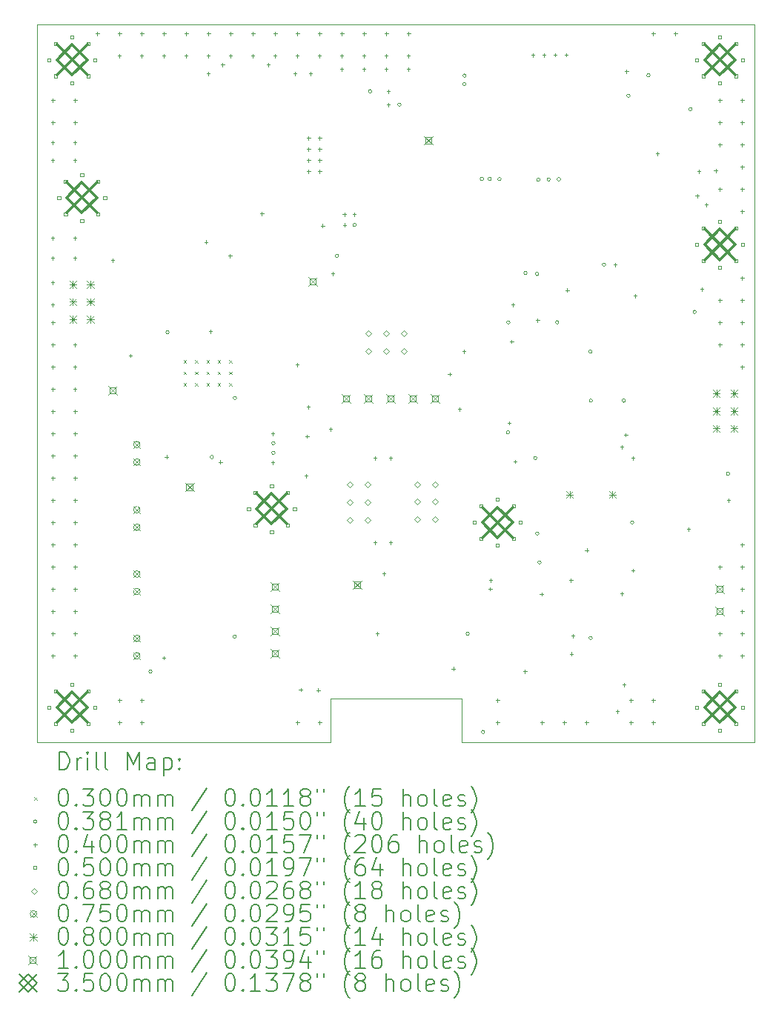
<source format=gbr>
%FSLAX45Y45*%
G04 Gerber Fmt 4.5, Leading zero omitted, Abs format (unit mm)*
G04 Created by KiCad (PCBNEW (6.0.1)) date 2022-05-22 14:08:44*
%MOMM*%
%LPD*%
G01*
G04 APERTURE LIST*
%TA.AperFunction,Profile*%
%ADD10C,0.050000*%
%TD*%
%ADD11C,0.200000*%
%ADD12C,0.030000*%
%ADD13C,0.038100*%
%ADD14C,0.040000*%
%ADD15C,0.050000*%
%ADD16C,0.068000*%
%ADD17C,0.075000*%
%ADD18C,0.080000*%
%ADD19C,0.100000*%
%ADD20C,0.350000*%
G04 APERTURE END LIST*
D10*
X3350000Y-7702000D02*
X4850000Y-7702000D01*
X3350000Y-7702000D02*
X3350000Y-8202000D01*
X4850000Y-7702000D02*
X4850000Y-8202000D01*
X4850000Y-8202000D02*
X8200000Y-8202000D01*
X0Y-2000D02*
X8200000Y-2000D01*
X8200000Y-2000D02*
X8200000Y-8202000D01*
X3350000Y-8202000D02*
X0Y-8202000D01*
X0Y-8202000D02*
X0Y-2000D01*
D11*
D12*
X1675148Y-3837673D02*
X1705148Y-3867673D01*
X1705148Y-3837673D02*
X1675148Y-3867673D01*
X1675148Y-3967673D02*
X1705148Y-3997673D01*
X1705148Y-3967673D02*
X1675148Y-3997673D01*
X1675148Y-4097673D02*
X1705148Y-4127673D01*
X1705148Y-4097673D02*
X1675148Y-4127673D01*
X1805148Y-3837673D02*
X1835148Y-3867673D01*
X1835148Y-3837673D02*
X1805148Y-3867673D01*
X1805148Y-3967673D02*
X1835148Y-3997673D01*
X1835148Y-3967673D02*
X1805148Y-3997673D01*
X1805148Y-4097673D02*
X1835148Y-4127673D01*
X1835148Y-4097673D02*
X1805148Y-4127673D01*
X1935148Y-3837673D02*
X1965148Y-3867673D01*
X1965148Y-3837673D02*
X1935148Y-3867673D01*
X1935148Y-3967673D02*
X1965148Y-3997673D01*
X1965148Y-3967673D02*
X1935148Y-3997673D01*
X1935148Y-4097673D02*
X1965148Y-4127673D01*
X1965148Y-4097673D02*
X1935148Y-4127673D01*
X2065148Y-3837673D02*
X2095148Y-3867673D01*
X2095148Y-3837673D02*
X2065148Y-3867673D01*
X2065148Y-3967673D02*
X2095148Y-3997673D01*
X2095148Y-3967673D02*
X2065148Y-3997673D01*
X2065148Y-4097673D02*
X2095148Y-4127673D01*
X2095148Y-4097673D02*
X2065148Y-4127673D01*
X2195148Y-3837673D02*
X2225148Y-3867673D01*
X2225148Y-3837673D02*
X2195148Y-3867673D01*
X2195148Y-3967673D02*
X2225148Y-3997673D01*
X2225148Y-3967673D02*
X2195148Y-3997673D01*
X2195148Y-4097673D02*
X2225148Y-4127673D01*
X2225148Y-4097673D02*
X2195148Y-4127673D01*
D13*
X1314450Y-7393908D02*
G75*
G03*
X1314450Y-7393908I-19050J0D01*
G01*
X1508356Y-3516253D02*
G75*
G03*
X1508356Y-3516253I-19050J0D01*
G01*
X2016696Y-4942793D02*
G75*
G03*
X2016696Y-4942793I-19050J0D01*
G01*
X2276770Y-6995052D02*
G75*
G03*
X2276770Y-6995052I-19050J0D01*
G01*
X2279650Y-4267200D02*
G75*
G03*
X2279650Y-4267200I-19050J0D01*
G01*
X2718920Y-4784729D02*
G75*
G03*
X2718920Y-4784729I-19050J0D01*
G01*
X2719428Y-4894965D02*
G75*
G03*
X2719428Y-4894965I-19050J0D01*
G01*
X3446116Y-2643334D02*
G75*
G03*
X3446116Y-2643334I-19050J0D01*
G01*
X3646550Y-2290000D02*
G75*
G03*
X3646550Y-2290000I-19050J0D01*
G01*
X3825116Y-762516D02*
G75*
G03*
X3825116Y-762516I-19050J0D01*
G01*
X4159250Y-914400D02*
G75*
G03*
X4159250Y-914400I-19050J0D01*
G01*
X4900590Y-681120D02*
G75*
G03*
X4900590Y-681120I-19050J0D01*
G01*
X4901860Y-583330D02*
G75*
G03*
X4901860Y-583330I-19050J0D01*
G01*
X4938690Y-6961600D02*
G75*
G03*
X4938690Y-6961600I-19050J0D01*
G01*
X5101250Y-1763160D02*
G75*
G03*
X5101250Y-1763160I-19050J0D01*
G01*
X5113950Y-8085220D02*
G75*
G03*
X5113950Y-8085220I-19050J0D01*
G01*
X5190150Y-1763160D02*
G75*
G03*
X5190150Y-1763160I-19050J0D01*
G01*
X5301624Y-1766052D02*
G75*
G03*
X5301624Y-1766052I-19050J0D01*
G01*
X5398770Y-4660360D02*
G75*
G03*
X5398770Y-4660360I-19050J0D01*
G01*
X5403850Y-3403600D02*
G75*
G03*
X5403850Y-3403600I-19050J0D01*
G01*
X5599090Y-2840120D02*
G75*
G03*
X5599090Y-2840120I-19050J0D01*
G01*
X5710850Y-4953400D02*
G75*
G03*
X5710850Y-4953400I-19050J0D01*
G01*
X5731170Y-2850280D02*
G75*
G03*
X5731170Y-2850280I-19050J0D01*
G01*
X5734050Y-5816600D02*
G75*
G03*
X5734050Y-5816600I-19050J0D01*
G01*
X5746410Y-1773320D02*
G75*
G03*
X5746410Y-1773320I-19050J0D01*
G01*
X5759450Y-6146800D02*
G75*
G03*
X5759450Y-6146800I-19050J0D01*
G01*
X5863250Y-1770780D02*
G75*
G03*
X5863250Y-1770780I-19050J0D01*
G01*
X5962310Y-3402730D02*
G75*
G03*
X5962310Y-3402730I-19050J0D01*
G01*
X5980090Y-1768240D02*
G75*
G03*
X5980090Y-1768240I-19050J0D01*
G01*
X6340770Y-3738904D02*
G75*
G03*
X6340770Y-3738904I-19050J0D01*
G01*
X6343650Y-7010400D02*
G75*
G03*
X6343650Y-7010400I-19050J0D01*
G01*
X6345850Y-4298080D02*
G75*
G03*
X6345850Y-4298080I-19050J0D01*
G01*
X6496050Y-2743200D02*
G75*
G03*
X6496050Y-2743200I-19050J0D01*
G01*
X6721770Y-4298080D02*
G75*
G03*
X6721770Y-4298080I-19050J0D01*
G01*
X6775450Y-812800D02*
G75*
G03*
X6775450Y-812800I-19050J0D01*
G01*
X6818050Y-5690000D02*
G75*
G03*
X6818050Y-5690000I-19050J0D01*
G01*
X7003034Y-579596D02*
G75*
G03*
X7003034Y-579596I-19050J0D01*
G01*
X7483856Y-966946D02*
G75*
G03*
X7483856Y-966946I-19050J0D01*
G01*
X7530935Y-3284467D02*
G75*
G03*
X7530935Y-3284467I-19050J0D01*
G01*
X7913030Y-5133740D02*
G75*
G03*
X7913030Y-5133740I-19050J0D01*
G01*
D14*
X177800Y-1328200D02*
X177800Y-1368200D01*
X157800Y-1348200D02*
X197800Y-1348200D01*
X177800Y-1531400D02*
X177800Y-1571400D01*
X157800Y-1551400D02*
X197800Y-1551400D01*
X177800Y-2420400D02*
X177800Y-2460400D01*
X157800Y-2440400D02*
X197800Y-2440400D01*
X177800Y-2649000D02*
X177800Y-2689000D01*
X157800Y-2669000D02*
X197800Y-2669000D01*
X177800Y-2928400D02*
X177800Y-2968400D01*
X157800Y-2948400D02*
X197800Y-2948400D01*
X177800Y-3182400D02*
X177800Y-3222400D01*
X157800Y-3202400D02*
X197800Y-3202400D01*
X180000Y-844000D02*
X180000Y-884000D01*
X160000Y-864000D02*
X200000Y-864000D01*
X180000Y-1098000D02*
X180000Y-1138000D01*
X160000Y-1118000D02*
X200000Y-1118000D01*
X180000Y-3384000D02*
X180000Y-3424000D01*
X160000Y-3404000D02*
X200000Y-3404000D01*
X180000Y-3638000D02*
X180000Y-3678000D01*
X160000Y-3658000D02*
X200000Y-3658000D01*
X180000Y-3892000D02*
X180000Y-3932000D01*
X160000Y-3912000D02*
X200000Y-3912000D01*
X180000Y-4146000D02*
X180000Y-4186000D01*
X160000Y-4166000D02*
X200000Y-4166000D01*
X180000Y-4400000D02*
X180000Y-4440000D01*
X160000Y-4420000D02*
X200000Y-4420000D01*
X180000Y-4654000D02*
X180000Y-4694000D01*
X160000Y-4674000D02*
X200000Y-4674000D01*
X180000Y-4908000D02*
X180000Y-4948000D01*
X160000Y-4928000D02*
X200000Y-4928000D01*
X180000Y-5162000D02*
X180000Y-5202000D01*
X160000Y-5182000D02*
X200000Y-5182000D01*
X180000Y-5416000D02*
X180000Y-5456000D01*
X160000Y-5436000D02*
X200000Y-5436000D01*
X180000Y-5670000D02*
X180000Y-5710000D01*
X160000Y-5690000D02*
X200000Y-5690000D01*
X180000Y-5924000D02*
X180000Y-5964000D01*
X160000Y-5944000D02*
X200000Y-5944000D01*
X180000Y-6178000D02*
X180000Y-6218000D01*
X160000Y-6198000D02*
X200000Y-6198000D01*
X180000Y-6432000D02*
X180000Y-6472000D01*
X160000Y-6452000D02*
X200000Y-6452000D01*
X180000Y-6686000D02*
X180000Y-6726000D01*
X160000Y-6706000D02*
X200000Y-6706000D01*
X180000Y-6940000D02*
X180000Y-6980000D01*
X160000Y-6960000D02*
X200000Y-6960000D01*
X180000Y-7194000D02*
X180000Y-7234000D01*
X160000Y-7214000D02*
X200000Y-7214000D01*
X431800Y-1328200D02*
X431800Y-1368200D01*
X411800Y-1348200D02*
X451800Y-1348200D01*
X431800Y-1531400D02*
X431800Y-1571400D01*
X411800Y-1551400D02*
X451800Y-1551400D01*
X431800Y-2420400D02*
X431800Y-2460400D01*
X411800Y-2440400D02*
X451800Y-2440400D01*
X431800Y-2649000D02*
X431800Y-2689000D01*
X411800Y-2669000D02*
X451800Y-2669000D01*
X431800Y-3639600D02*
X431800Y-3679600D01*
X411800Y-3659600D02*
X451800Y-3659600D01*
X431800Y-3893600D02*
X431800Y-3933600D01*
X411800Y-3913600D02*
X451800Y-3913600D01*
X431800Y-4147600D02*
X431800Y-4187600D01*
X411800Y-4167600D02*
X451800Y-4167600D01*
X434000Y-844000D02*
X434000Y-884000D01*
X414000Y-864000D02*
X454000Y-864000D01*
X434000Y-1098000D02*
X434000Y-1138000D01*
X414000Y-1118000D02*
X454000Y-1118000D01*
X434000Y-4400000D02*
X434000Y-4440000D01*
X414000Y-4420000D02*
X454000Y-4420000D01*
X434000Y-4654000D02*
X434000Y-4694000D01*
X414000Y-4674000D02*
X454000Y-4674000D01*
X434000Y-4908000D02*
X434000Y-4948000D01*
X414000Y-4928000D02*
X454000Y-4928000D01*
X434000Y-5162000D02*
X434000Y-5202000D01*
X414000Y-5182000D02*
X454000Y-5182000D01*
X434000Y-5416000D02*
X434000Y-5456000D01*
X414000Y-5436000D02*
X454000Y-5436000D01*
X434000Y-5670000D02*
X434000Y-5710000D01*
X414000Y-5690000D02*
X454000Y-5690000D01*
X434000Y-5924000D02*
X434000Y-5964000D01*
X414000Y-5944000D02*
X454000Y-5944000D01*
X434000Y-6178000D02*
X434000Y-6218000D01*
X414000Y-6198000D02*
X454000Y-6198000D01*
X434000Y-6432000D02*
X434000Y-6472000D01*
X414000Y-6452000D02*
X454000Y-6452000D01*
X434000Y-6686000D02*
X434000Y-6726000D01*
X414000Y-6706000D02*
X454000Y-6706000D01*
X434000Y-6940000D02*
X434000Y-6980000D01*
X414000Y-6960000D02*
X454000Y-6960000D01*
X434000Y-7194000D02*
X434000Y-7234000D01*
X414000Y-7214000D02*
X454000Y-7214000D01*
X688000Y-82000D02*
X688000Y-122000D01*
X668000Y-102000D02*
X708000Y-102000D01*
X863600Y-2672400D02*
X863600Y-2712400D01*
X843600Y-2692400D02*
X883600Y-2692400D01*
X939800Y-337600D02*
X939800Y-377600D01*
X919800Y-357600D02*
X959800Y-357600D01*
X942000Y-82000D02*
X942000Y-122000D01*
X922000Y-102000D02*
X962000Y-102000D01*
X942000Y-7702000D02*
X942000Y-7742000D01*
X922000Y-7722000D02*
X962000Y-7722000D01*
X942000Y-7956000D02*
X942000Y-7996000D01*
X922000Y-7976000D02*
X962000Y-7976000D01*
X1067400Y-3763400D02*
X1067400Y-3803400D01*
X1047400Y-3783400D02*
X1087400Y-3783400D01*
X1193800Y-337600D02*
X1193800Y-377600D01*
X1173800Y-357600D02*
X1213800Y-357600D01*
X1196000Y-82000D02*
X1196000Y-122000D01*
X1176000Y-102000D02*
X1216000Y-102000D01*
X1196000Y-7702000D02*
X1196000Y-7742000D01*
X1176000Y-7722000D02*
X1216000Y-7722000D01*
X1196000Y-7956000D02*
X1196000Y-7996000D01*
X1176000Y-7976000D02*
X1216000Y-7976000D01*
X1447546Y-7217190D02*
X1447546Y-7257190D01*
X1427546Y-7237190D02*
X1467546Y-7237190D01*
X1447800Y-337600D02*
X1447800Y-377600D01*
X1427800Y-357600D02*
X1467800Y-357600D01*
X1450000Y-82000D02*
X1450000Y-122000D01*
X1430000Y-102000D02*
X1470000Y-102000D01*
X1478280Y-4919760D02*
X1478280Y-4959760D01*
X1458280Y-4939760D02*
X1498280Y-4939760D01*
X1701800Y-337600D02*
X1701800Y-377600D01*
X1681800Y-357600D02*
X1721800Y-357600D01*
X1704000Y-82000D02*
X1704000Y-122000D01*
X1684000Y-102000D02*
X1724000Y-102000D01*
X1930400Y-2466120D02*
X1930400Y-2506120D01*
X1910400Y-2486120D02*
X1950400Y-2486120D01*
X1955800Y-337600D02*
X1955800Y-377600D01*
X1935800Y-357600D02*
X1975800Y-357600D01*
X1955800Y-540800D02*
X1955800Y-580800D01*
X1935800Y-560800D02*
X1975800Y-560800D01*
X1958000Y-82000D02*
X1958000Y-122000D01*
X1938000Y-102000D02*
X1978000Y-102000D01*
X1981200Y-3487200D02*
X1981200Y-3527200D01*
X1961200Y-3507200D02*
X2001200Y-3507200D01*
X2092960Y-4980720D02*
X2092960Y-5020720D01*
X2072960Y-5000720D02*
X2112960Y-5000720D01*
X2120900Y-439200D02*
X2120900Y-479200D01*
X2100900Y-459200D02*
X2140900Y-459200D01*
X2204720Y-2623600D02*
X2204720Y-2663600D01*
X2184720Y-2643600D02*
X2224720Y-2643600D01*
X2209800Y-337600D02*
X2209800Y-377600D01*
X2189800Y-357600D02*
X2229800Y-357600D01*
X2212000Y-82000D02*
X2212000Y-122000D01*
X2192000Y-102000D02*
X2232000Y-102000D01*
X2463800Y-337600D02*
X2463800Y-377600D01*
X2443800Y-357600D02*
X2483800Y-357600D01*
X2466000Y-82000D02*
X2466000Y-122000D01*
X2446000Y-102000D02*
X2486000Y-102000D01*
X2569150Y-2141000D02*
X2569150Y-2181000D01*
X2549150Y-2161000D02*
X2589150Y-2161000D01*
X2641600Y-437200D02*
X2641600Y-477200D01*
X2621600Y-457200D02*
X2661600Y-457200D01*
X2692400Y-4653600D02*
X2692400Y-4693600D01*
X2672400Y-4673600D02*
X2712400Y-4673600D01*
X2692400Y-4983800D02*
X2692400Y-5023800D01*
X2672400Y-5003800D02*
X2712400Y-5003800D01*
X2717800Y-337600D02*
X2717800Y-377600D01*
X2697800Y-357600D02*
X2737800Y-357600D01*
X2720000Y-82000D02*
X2720000Y-122000D01*
X2700000Y-102000D02*
X2740000Y-102000D01*
X2946400Y-538800D02*
X2946400Y-578800D01*
X2926400Y-558800D02*
X2966400Y-558800D01*
X2971800Y-337600D02*
X2971800Y-377600D01*
X2951800Y-357600D02*
X2991800Y-357600D01*
X2971800Y-3866200D02*
X2971800Y-3906200D01*
X2951800Y-3886200D02*
X2991800Y-3886200D01*
X2974000Y-82000D02*
X2974000Y-122000D01*
X2954000Y-102000D02*
X2994000Y-102000D01*
X2974000Y-7956000D02*
X2974000Y-7996000D01*
X2954000Y-7976000D02*
X2994000Y-7976000D01*
X3012500Y-7582500D02*
X3012500Y-7622500D01*
X2992500Y-7602500D02*
X3032500Y-7602500D01*
X3073400Y-5136200D02*
X3073400Y-5176200D01*
X3053400Y-5156200D02*
X3093400Y-5156200D01*
X3083560Y-4686080D02*
X3083560Y-4726080D01*
X3063560Y-4706080D02*
X3103560Y-4706080D01*
X3098800Y-4350800D02*
X3098800Y-4390800D01*
X3078800Y-4370800D02*
X3118800Y-4370800D01*
X3102550Y-1277400D02*
X3102550Y-1317400D01*
X3082550Y-1297400D02*
X3122550Y-1297400D01*
X3102550Y-1404400D02*
X3102550Y-1444400D01*
X3082550Y-1424400D02*
X3122550Y-1424400D01*
X3102550Y-1531400D02*
X3102550Y-1571400D01*
X3082550Y-1551400D02*
X3122550Y-1551400D01*
X3102550Y-1658400D02*
X3102550Y-1698400D01*
X3082550Y-1678400D02*
X3122550Y-1678400D01*
X3124200Y-538800D02*
X3124200Y-578800D01*
X3104200Y-558800D02*
X3144200Y-558800D01*
X3213100Y-7587300D02*
X3213100Y-7627300D01*
X3193100Y-7607300D02*
X3233100Y-7607300D01*
X3225800Y-337600D02*
X3225800Y-377600D01*
X3205800Y-357600D02*
X3245800Y-357600D01*
X3228000Y-82000D02*
X3228000Y-122000D01*
X3208000Y-102000D02*
X3248000Y-102000D01*
X3228000Y-7956000D02*
X3228000Y-7996000D01*
X3208000Y-7976000D02*
X3248000Y-7976000D01*
X3229550Y-1277400D02*
X3229550Y-1317400D01*
X3209550Y-1297400D02*
X3249550Y-1297400D01*
X3229550Y-1404400D02*
X3229550Y-1444400D01*
X3209550Y-1424400D02*
X3249550Y-1424400D01*
X3229550Y-1531400D02*
X3229550Y-1571400D01*
X3209550Y-1551400D02*
X3249550Y-1551400D01*
X3229550Y-1658400D02*
X3229550Y-1698400D01*
X3209550Y-1678400D02*
X3249550Y-1678400D01*
X3262570Y-2278160D02*
X3262570Y-2318160D01*
X3242570Y-2298160D02*
X3282570Y-2298160D01*
X3352800Y-4604800D02*
X3352800Y-4644800D01*
X3332800Y-4624800D02*
X3372800Y-4624800D01*
X3378200Y-2824800D02*
X3378200Y-2864800D01*
X3358200Y-2844800D02*
X3398200Y-2844800D01*
X3479800Y-337600D02*
X3479800Y-377600D01*
X3459800Y-357600D02*
X3499800Y-357600D01*
X3479800Y-490000D02*
X3479800Y-530000D01*
X3459800Y-510000D02*
X3499800Y-510000D01*
X3482000Y-82000D02*
X3482000Y-122000D01*
X3462000Y-102000D02*
X3502000Y-102000D01*
X3512500Y-2147500D02*
X3512500Y-2187500D01*
X3492500Y-2167500D02*
X3532500Y-2167500D01*
X3515000Y-2270000D02*
X3515000Y-2310000D01*
X3495000Y-2290000D02*
X3535000Y-2290000D01*
X3625000Y-2147500D02*
X3625000Y-2187500D01*
X3605000Y-2167500D02*
X3645000Y-2167500D01*
X3733800Y-337600D02*
X3733800Y-377600D01*
X3713800Y-357600D02*
X3753800Y-357600D01*
X3733800Y-490000D02*
X3733800Y-530000D01*
X3713800Y-510000D02*
X3753800Y-510000D01*
X3736000Y-82000D02*
X3736000Y-122000D01*
X3716000Y-102000D02*
X3756000Y-102000D01*
X3860800Y-4935000D02*
X3860800Y-4975000D01*
X3840800Y-4955000D02*
X3880800Y-4955000D01*
X3860800Y-5900200D02*
X3860800Y-5940200D01*
X3840800Y-5920200D02*
X3880800Y-5920200D01*
X3886200Y-6941600D02*
X3886200Y-6981600D01*
X3866200Y-6961600D02*
X3906200Y-6961600D01*
X3962400Y-6255800D02*
X3962400Y-6295800D01*
X3942400Y-6275800D02*
X3982400Y-6275800D01*
X3987800Y-337600D02*
X3987800Y-377600D01*
X3967800Y-357600D02*
X4007800Y-357600D01*
X3987800Y-490000D02*
X3987800Y-530000D01*
X3967800Y-510000D02*
X4007800Y-510000D01*
X3990000Y-82000D02*
X3990000Y-122000D01*
X3970000Y-102000D02*
X4010000Y-102000D01*
X4013200Y-742000D02*
X4013200Y-782000D01*
X3993200Y-762000D02*
X4033200Y-762000D01*
X4013200Y-894400D02*
X4013200Y-934400D01*
X3993200Y-914400D02*
X4033200Y-914400D01*
X4038600Y-4935000D02*
X4038600Y-4975000D01*
X4018600Y-4955000D02*
X4058600Y-4955000D01*
X4038600Y-5900200D02*
X4038600Y-5940200D01*
X4018600Y-5920200D02*
X4058600Y-5920200D01*
X4241800Y-337600D02*
X4241800Y-377600D01*
X4221800Y-357600D02*
X4261800Y-357600D01*
X4241800Y-490000D02*
X4241800Y-530000D01*
X4221800Y-510000D02*
X4261800Y-510000D01*
X4244000Y-82000D02*
X4244000Y-122000D01*
X4224000Y-102000D02*
X4264000Y-102000D01*
X4715000Y-3975000D02*
X4715000Y-4015000D01*
X4695000Y-3995000D02*
X4735000Y-3995000D01*
X4755000Y-7342500D02*
X4755000Y-7382500D01*
X4735000Y-7362500D02*
X4775000Y-7362500D01*
X4826000Y-4376200D02*
X4826000Y-4416200D01*
X4806000Y-4396200D02*
X4846000Y-4396200D01*
X4876800Y-3713800D02*
X4876800Y-3753800D01*
X4856800Y-3733800D02*
X4896800Y-3733800D01*
X5177500Y-6430000D02*
X5177500Y-6470000D01*
X5157500Y-6450000D02*
X5197500Y-6450000D01*
X5181600Y-6330000D02*
X5181600Y-6370000D01*
X5161600Y-6350000D02*
X5201600Y-6350000D01*
X5260000Y-7702000D02*
X5260000Y-7742000D01*
X5240000Y-7722000D02*
X5280000Y-7722000D01*
X5260000Y-7956000D02*
X5260000Y-7996000D01*
X5240000Y-7976000D02*
X5280000Y-7976000D01*
X5394000Y-4532790D02*
X5394000Y-4572790D01*
X5374000Y-4552790D02*
X5414000Y-4552790D01*
X5422900Y-3601500D02*
X5422900Y-3641500D01*
X5402900Y-3621500D02*
X5442900Y-3621500D01*
X5435600Y-3180400D02*
X5435600Y-3220400D01*
X5415600Y-3200400D02*
X5455600Y-3200400D01*
X5461000Y-4973100D02*
X5461000Y-5013100D01*
X5441000Y-4993100D02*
X5481000Y-4993100D01*
X5575300Y-7373400D02*
X5575300Y-7413400D01*
X5555300Y-7393400D02*
X5595300Y-7393400D01*
X5663946Y-328456D02*
X5663946Y-368456D01*
X5643946Y-348456D02*
X5683946Y-348456D01*
X5717200Y-3358600D02*
X5717200Y-3398600D01*
X5697200Y-3378600D02*
X5737200Y-3378600D01*
X5765000Y-6490000D02*
X5765000Y-6530000D01*
X5745000Y-6510000D02*
X5785000Y-6510000D01*
X5768000Y-7956000D02*
X5768000Y-7996000D01*
X5748000Y-7976000D02*
X5788000Y-7976000D01*
X5791708Y-326932D02*
X5791708Y-366932D01*
X5771708Y-346932D02*
X5811708Y-346932D01*
X5918200Y-326170D02*
X5918200Y-366170D01*
X5898200Y-346170D02*
X5938200Y-346170D01*
X6022000Y-7956000D02*
X6022000Y-7996000D01*
X6002000Y-7976000D02*
X6042000Y-7976000D01*
X6045200Y-325408D02*
X6045200Y-365408D01*
X6025200Y-345408D02*
X6065200Y-345408D01*
X6055360Y-3014760D02*
X6055360Y-3054760D01*
X6035360Y-3034760D02*
X6075360Y-3034760D01*
X6098200Y-6330000D02*
X6098200Y-6370000D01*
X6078200Y-6350000D02*
X6118200Y-6350000D01*
X6105820Y-7173680D02*
X6105820Y-7213680D01*
X6085820Y-7193680D02*
X6125820Y-7193680D01*
X6121400Y-6965000D02*
X6121400Y-7005000D01*
X6101400Y-6985000D02*
X6141400Y-6985000D01*
X6276000Y-7956000D02*
X6276000Y-7996000D01*
X6256000Y-7976000D02*
X6296000Y-7976000D01*
X6280350Y-5986700D02*
X6280350Y-6026700D01*
X6260350Y-6006700D02*
X6300350Y-6006700D01*
X6604000Y-2723200D02*
X6604000Y-2763200D01*
X6584000Y-2743200D02*
X6624000Y-2743200D01*
X6629400Y-7828600D02*
X6629400Y-7868600D01*
X6609400Y-7848600D02*
X6649400Y-7848600D01*
X6680200Y-4808000D02*
X6680200Y-4848000D01*
X6660200Y-4828000D02*
X6700200Y-4828000D01*
X6680200Y-6484400D02*
X6680200Y-6524400D01*
X6660200Y-6504400D02*
X6700200Y-6504400D01*
X6705600Y-7523800D02*
X6705600Y-7563800D01*
X6685600Y-7543800D02*
X6725600Y-7543800D01*
X6725000Y-4670000D02*
X6725000Y-4710000D01*
X6705000Y-4690000D02*
X6745000Y-4690000D01*
X6733200Y-513800D02*
X6733200Y-553800D01*
X6713200Y-533800D02*
X6753200Y-533800D01*
X6784000Y-7702000D02*
X6784000Y-7742000D01*
X6764000Y-7722000D02*
X6804000Y-7722000D01*
X6784000Y-7956000D02*
X6784000Y-7996000D01*
X6764000Y-7976000D02*
X6804000Y-7976000D01*
X6807200Y-4933000D02*
X6807200Y-4973000D01*
X6787200Y-4953000D02*
X6827200Y-4953000D01*
X6807200Y-6217700D02*
X6807200Y-6257700D01*
X6787200Y-6237700D02*
X6827200Y-6237700D01*
X6832600Y-3078800D02*
X6832600Y-3118800D01*
X6812600Y-3098800D02*
X6852600Y-3098800D01*
X7038000Y-82000D02*
X7038000Y-122000D01*
X7018000Y-102000D02*
X7058000Y-102000D01*
X7038000Y-7702000D02*
X7038000Y-7742000D01*
X7018000Y-7722000D02*
X7058000Y-7722000D01*
X7038000Y-7956000D02*
X7038000Y-7996000D01*
X7018000Y-7976000D02*
X7058000Y-7976000D01*
X7086600Y-1455200D02*
X7086600Y-1495200D01*
X7066600Y-1475200D02*
X7106600Y-1475200D01*
X7292000Y-82000D02*
X7292000Y-122000D01*
X7272000Y-102000D02*
X7312000Y-102000D01*
X7442200Y-5745800D02*
X7442200Y-5785800D01*
X7422200Y-5765800D02*
X7462200Y-5765800D01*
X7540920Y-1937800D02*
X7540920Y-1977800D01*
X7520920Y-1957800D02*
X7560920Y-1957800D01*
X7561580Y-1658400D02*
X7561580Y-1698400D01*
X7541580Y-1678400D02*
X7581580Y-1678400D01*
X7594600Y-3004600D02*
X7594600Y-3044600D01*
X7574600Y-3024600D02*
X7614600Y-3024600D01*
X7645400Y-2039400D02*
X7645400Y-2079400D01*
X7625400Y-2059400D02*
X7665400Y-2059400D01*
X7752080Y-1648240D02*
X7752080Y-1688240D01*
X7732080Y-1668240D02*
X7772080Y-1668240D01*
X7800000Y-844000D02*
X7800000Y-884000D01*
X7780000Y-864000D02*
X7820000Y-864000D01*
X7800000Y-1098000D02*
X7800000Y-1138000D01*
X7780000Y-1118000D02*
X7820000Y-1118000D01*
X7800000Y-1352000D02*
X7800000Y-1392000D01*
X7780000Y-1372000D02*
X7820000Y-1372000D01*
X7800000Y-1860000D02*
X7800000Y-1900000D01*
X7780000Y-1880000D02*
X7820000Y-1880000D01*
X7800000Y-3130000D02*
X7800000Y-3170000D01*
X7780000Y-3150000D02*
X7820000Y-3150000D01*
X7800000Y-3384000D02*
X7800000Y-3424000D01*
X7780000Y-3404000D02*
X7820000Y-3404000D01*
X7800000Y-3638000D02*
X7800000Y-3678000D01*
X7780000Y-3658000D02*
X7820000Y-3658000D01*
X7800000Y-6178000D02*
X7800000Y-6218000D01*
X7780000Y-6198000D02*
X7820000Y-6198000D01*
X7800000Y-6940000D02*
X7800000Y-6980000D01*
X7780000Y-6960000D02*
X7820000Y-6960000D01*
X7800000Y-7194000D02*
X7800000Y-7234000D01*
X7780000Y-7214000D02*
X7820000Y-7214000D01*
X7899400Y-5415600D02*
X7899400Y-5455600D01*
X7879400Y-5435600D02*
X7919400Y-5435600D01*
X8054000Y-844000D02*
X8054000Y-884000D01*
X8034000Y-864000D02*
X8074000Y-864000D01*
X8054000Y-1098000D02*
X8054000Y-1138000D01*
X8034000Y-1118000D02*
X8074000Y-1118000D01*
X8054000Y-1352000D02*
X8054000Y-1392000D01*
X8034000Y-1372000D02*
X8074000Y-1372000D01*
X8054000Y-1606000D02*
X8054000Y-1646000D01*
X8034000Y-1626000D02*
X8074000Y-1626000D01*
X8054000Y-1860000D02*
X8054000Y-1900000D01*
X8034000Y-1880000D02*
X8074000Y-1880000D01*
X8054000Y-2114000D02*
X8054000Y-2154000D01*
X8034000Y-2134000D02*
X8074000Y-2134000D01*
X8054000Y-2876000D02*
X8054000Y-2916000D01*
X8034000Y-2896000D02*
X8074000Y-2896000D01*
X8054000Y-3130000D02*
X8054000Y-3170000D01*
X8034000Y-3150000D02*
X8074000Y-3150000D01*
X8054000Y-3384000D02*
X8054000Y-3424000D01*
X8034000Y-3404000D02*
X8074000Y-3404000D01*
X8054000Y-3638000D02*
X8054000Y-3678000D01*
X8034000Y-3658000D02*
X8074000Y-3658000D01*
X8054000Y-3892000D02*
X8054000Y-3932000D01*
X8034000Y-3912000D02*
X8074000Y-3912000D01*
X8054000Y-5924000D02*
X8054000Y-5964000D01*
X8034000Y-5944000D02*
X8074000Y-5944000D01*
X8054000Y-6178000D02*
X8054000Y-6218000D01*
X8034000Y-6198000D02*
X8074000Y-6198000D01*
X8054000Y-6432000D02*
X8054000Y-6472000D01*
X8034000Y-6452000D02*
X8074000Y-6452000D01*
X8054000Y-6686000D02*
X8054000Y-6726000D01*
X8034000Y-6706000D02*
X8074000Y-6706000D01*
X8054000Y-6940000D02*
X8054000Y-6980000D01*
X8034000Y-6960000D02*
X8074000Y-6960000D01*
X8054000Y-7194000D02*
X8054000Y-7234000D01*
X8034000Y-7214000D02*
X8074000Y-7214000D01*
D15*
X155178Y-419678D02*
X155178Y-384322D01*
X119822Y-384322D01*
X119822Y-419678D01*
X155178Y-419678D01*
X155178Y-7819678D02*
X155178Y-7784322D01*
X119822Y-7784322D01*
X119822Y-7819678D01*
X155178Y-7819678D01*
X232062Y-234062D02*
X232062Y-198707D01*
X196707Y-198707D01*
X196707Y-234062D01*
X232062Y-234062D01*
X232062Y-605293D02*
X232062Y-569938D01*
X196707Y-569938D01*
X196707Y-605293D01*
X232062Y-605293D01*
X232062Y-7634062D02*
X232062Y-7598707D01*
X196707Y-7598707D01*
X196707Y-7634062D01*
X232062Y-7634062D01*
X232062Y-8005293D02*
X232062Y-7969938D01*
X196707Y-7969938D01*
X196707Y-8005293D01*
X232062Y-8005293D01*
X267178Y-1995678D02*
X267178Y-1960322D01*
X231822Y-1960322D01*
X231822Y-1995678D01*
X267178Y-1995678D01*
X344062Y-1810062D02*
X344062Y-1774707D01*
X308707Y-1774707D01*
X308707Y-1810062D01*
X344062Y-1810062D01*
X344062Y-2181293D02*
X344062Y-2145938D01*
X308707Y-2145938D01*
X308707Y-2181293D01*
X344062Y-2181293D01*
X417678Y-157178D02*
X417678Y-121822D01*
X382322Y-121822D01*
X382322Y-157178D01*
X417678Y-157178D01*
X417678Y-682178D02*
X417678Y-646822D01*
X382322Y-646822D01*
X382322Y-682178D01*
X417678Y-682178D01*
X417678Y-7557178D02*
X417678Y-7521822D01*
X382322Y-7521822D01*
X382322Y-7557178D01*
X417678Y-7557178D01*
X417678Y-8082178D02*
X417678Y-8046822D01*
X382322Y-8046822D01*
X382322Y-8082178D01*
X417678Y-8082178D01*
X529678Y-1733178D02*
X529678Y-1697822D01*
X494322Y-1697822D01*
X494322Y-1733178D01*
X529678Y-1733178D01*
X529678Y-2258178D02*
X529678Y-2222822D01*
X494322Y-2222822D01*
X494322Y-2258178D01*
X529678Y-2258178D01*
X603293Y-234062D02*
X603293Y-198707D01*
X567938Y-198707D01*
X567938Y-234062D01*
X603293Y-234062D01*
X603293Y-605293D02*
X603293Y-569938D01*
X567938Y-569938D01*
X567938Y-605293D01*
X603293Y-605293D01*
X603293Y-7634062D02*
X603293Y-7598707D01*
X567938Y-7598707D01*
X567938Y-7634062D01*
X603293Y-7634062D01*
X603293Y-8005293D02*
X603293Y-7969938D01*
X567938Y-7969938D01*
X567938Y-8005293D01*
X603293Y-8005293D01*
X680178Y-419678D02*
X680178Y-384322D01*
X644822Y-384322D01*
X644822Y-419678D01*
X680178Y-419678D01*
X680178Y-7819678D02*
X680178Y-7784322D01*
X644822Y-7784322D01*
X644822Y-7819678D01*
X680178Y-7819678D01*
X715293Y-1810062D02*
X715293Y-1774707D01*
X679938Y-1774707D01*
X679938Y-1810062D01*
X715293Y-1810062D01*
X715293Y-2181293D02*
X715293Y-2145938D01*
X679938Y-2145938D01*
X679938Y-2181293D01*
X715293Y-2181293D01*
X792178Y-1995678D02*
X792178Y-1960322D01*
X756822Y-1960322D01*
X756822Y-1995678D01*
X792178Y-1995678D01*
X2435178Y-5551678D02*
X2435178Y-5516322D01*
X2399822Y-5516322D01*
X2399822Y-5551678D01*
X2435178Y-5551678D01*
X2512062Y-5366062D02*
X2512062Y-5330707D01*
X2476707Y-5330707D01*
X2476707Y-5366062D01*
X2512062Y-5366062D01*
X2512062Y-5737293D02*
X2512062Y-5701938D01*
X2476707Y-5701938D01*
X2476707Y-5737293D01*
X2512062Y-5737293D01*
X2697678Y-5289178D02*
X2697678Y-5253822D01*
X2662322Y-5253822D01*
X2662322Y-5289178D01*
X2697678Y-5289178D01*
X2697678Y-5814178D02*
X2697678Y-5778822D01*
X2662322Y-5778822D01*
X2662322Y-5814178D01*
X2697678Y-5814178D01*
X2883293Y-5366062D02*
X2883293Y-5330707D01*
X2847938Y-5330707D01*
X2847938Y-5366062D01*
X2883293Y-5366062D01*
X2883293Y-5737293D02*
X2883293Y-5701938D01*
X2847938Y-5701938D01*
X2847938Y-5737293D01*
X2883293Y-5737293D01*
X2960178Y-5551678D02*
X2960178Y-5516322D01*
X2924822Y-5516322D01*
X2924822Y-5551678D01*
X2960178Y-5551678D01*
X5015178Y-5707678D02*
X5015178Y-5672322D01*
X4979822Y-5672322D01*
X4979822Y-5707678D01*
X5015178Y-5707678D01*
X5092062Y-5522062D02*
X5092062Y-5486707D01*
X5056707Y-5486707D01*
X5056707Y-5522062D01*
X5092062Y-5522062D01*
X5092062Y-5893293D02*
X5092062Y-5857938D01*
X5056707Y-5857938D01*
X5056707Y-5893293D01*
X5092062Y-5893293D01*
X5277678Y-5445178D02*
X5277678Y-5409822D01*
X5242322Y-5409822D01*
X5242322Y-5445178D01*
X5277678Y-5445178D01*
X5277678Y-5970178D02*
X5277678Y-5934822D01*
X5242322Y-5934822D01*
X5242322Y-5970178D01*
X5277678Y-5970178D01*
X5463293Y-5522062D02*
X5463293Y-5486707D01*
X5427938Y-5486707D01*
X5427938Y-5522062D01*
X5463293Y-5522062D01*
X5463293Y-5893293D02*
X5463293Y-5857938D01*
X5427938Y-5857938D01*
X5427938Y-5893293D01*
X5463293Y-5893293D01*
X5540178Y-5707678D02*
X5540178Y-5672322D01*
X5504822Y-5672322D01*
X5504822Y-5707678D01*
X5540178Y-5707678D01*
X7555178Y-419678D02*
X7555178Y-384322D01*
X7519822Y-384322D01*
X7519822Y-419678D01*
X7555178Y-419678D01*
X7555178Y-2532678D02*
X7555178Y-2497322D01*
X7519822Y-2497322D01*
X7519822Y-2532678D01*
X7555178Y-2532678D01*
X7555178Y-7819678D02*
X7555178Y-7784322D01*
X7519822Y-7784322D01*
X7519822Y-7819678D01*
X7555178Y-7819678D01*
X7632062Y-234062D02*
X7632062Y-198707D01*
X7596707Y-198707D01*
X7596707Y-234062D01*
X7632062Y-234062D01*
X7632062Y-605293D02*
X7632062Y-569938D01*
X7596707Y-569938D01*
X7596707Y-605293D01*
X7632062Y-605293D01*
X7632062Y-2347062D02*
X7632062Y-2311707D01*
X7596707Y-2311707D01*
X7596707Y-2347062D01*
X7632062Y-2347062D01*
X7632062Y-2718293D02*
X7632062Y-2682938D01*
X7596707Y-2682938D01*
X7596707Y-2718293D01*
X7632062Y-2718293D01*
X7632062Y-7634062D02*
X7632062Y-7598707D01*
X7596707Y-7598707D01*
X7596707Y-7634062D01*
X7632062Y-7634062D01*
X7632062Y-8005293D02*
X7632062Y-7969938D01*
X7596707Y-7969938D01*
X7596707Y-8005293D01*
X7632062Y-8005293D01*
X7817678Y-157178D02*
X7817678Y-121822D01*
X7782322Y-121822D01*
X7782322Y-157178D01*
X7817678Y-157178D01*
X7817678Y-682178D02*
X7817678Y-646822D01*
X7782322Y-646822D01*
X7782322Y-682178D01*
X7817678Y-682178D01*
X7817678Y-2270178D02*
X7817678Y-2234822D01*
X7782322Y-2234822D01*
X7782322Y-2270178D01*
X7817678Y-2270178D01*
X7817678Y-2795178D02*
X7817678Y-2759822D01*
X7782322Y-2759822D01*
X7782322Y-2795178D01*
X7817678Y-2795178D01*
X7817678Y-7557178D02*
X7817678Y-7521822D01*
X7782322Y-7521822D01*
X7782322Y-7557178D01*
X7817678Y-7557178D01*
X7817678Y-8082178D02*
X7817678Y-8046822D01*
X7782322Y-8046822D01*
X7782322Y-8082178D01*
X7817678Y-8082178D01*
X8003293Y-234062D02*
X8003293Y-198707D01*
X7967938Y-198707D01*
X7967938Y-234062D01*
X8003293Y-234062D01*
X8003293Y-605293D02*
X8003293Y-569938D01*
X7967938Y-569938D01*
X7967938Y-605293D01*
X8003293Y-605293D01*
X8003293Y-2347062D02*
X8003293Y-2311707D01*
X7967938Y-2311707D01*
X7967938Y-2347062D01*
X8003293Y-2347062D01*
X8003293Y-2718293D02*
X8003293Y-2682938D01*
X7967938Y-2682938D01*
X7967938Y-2718293D01*
X8003293Y-2718293D01*
X8003293Y-7634062D02*
X8003293Y-7598707D01*
X7967938Y-7598707D01*
X7967938Y-7634062D01*
X8003293Y-7634062D01*
X8003293Y-8005293D02*
X8003293Y-7969938D01*
X7967938Y-7969938D01*
X7967938Y-8005293D01*
X8003293Y-8005293D01*
X8080178Y-419678D02*
X8080178Y-384322D01*
X8044822Y-384322D01*
X8044822Y-419678D01*
X8080178Y-419678D01*
X8080178Y-2532678D02*
X8080178Y-2497322D01*
X8044822Y-2497322D01*
X8044822Y-2532678D01*
X8080178Y-2532678D01*
X8080178Y-7819678D02*
X8080178Y-7784322D01*
X8044822Y-7784322D01*
X8044822Y-7819678D01*
X8080178Y-7819678D01*
D16*
X3572840Y-5293280D02*
X3606840Y-5259280D01*
X3572840Y-5225280D01*
X3538840Y-5259280D01*
X3572840Y-5293280D01*
X3572840Y-5493280D02*
X3606840Y-5459280D01*
X3572840Y-5425280D01*
X3538840Y-5459280D01*
X3572840Y-5493280D01*
X3572840Y-5693280D02*
X3606840Y-5659280D01*
X3572840Y-5625280D01*
X3538840Y-5659280D01*
X3572840Y-5693280D01*
X3772840Y-5293280D02*
X3806840Y-5259280D01*
X3772840Y-5225280D01*
X3738840Y-5259280D01*
X3772840Y-5293280D01*
X3772840Y-5493280D02*
X3806840Y-5459280D01*
X3772840Y-5425280D01*
X3738840Y-5459280D01*
X3772840Y-5493280D01*
X3772840Y-5693280D02*
X3806840Y-5659280D01*
X3772840Y-5625280D01*
X3738840Y-5659280D01*
X3772840Y-5693280D01*
X3787800Y-3563120D02*
X3821800Y-3529120D01*
X3787800Y-3495120D01*
X3753800Y-3529120D01*
X3787800Y-3563120D01*
X3787800Y-3763120D02*
X3821800Y-3729120D01*
X3787800Y-3695120D01*
X3753800Y-3729120D01*
X3787800Y-3763120D01*
X3987800Y-3563120D02*
X4021800Y-3529120D01*
X3987800Y-3495120D01*
X3953800Y-3529120D01*
X3987800Y-3563120D01*
X3987800Y-3763120D02*
X4021800Y-3729120D01*
X3987800Y-3695120D01*
X3953800Y-3729120D01*
X3987800Y-3763120D01*
X4187800Y-3563120D02*
X4221800Y-3529120D01*
X4187800Y-3495120D01*
X4153800Y-3529120D01*
X4187800Y-3563120D01*
X4187800Y-3763120D02*
X4221800Y-3729120D01*
X4187800Y-3695120D01*
X4153800Y-3729120D01*
X4187800Y-3763120D01*
X4347540Y-5288200D02*
X4381540Y-5254200D01*
X4347540Y-5220200D01*
X4313540Y-5254200D01*
X4347540Y-5288200D01*
X4347540Y-5488200D02*
X4381540Y-5454200D01*
X4347540Y-5420200D01*
X4313540Y-5454200D01*
X4347540Y-5488200D01*
X4347540Y-5688200D02*
X4381540Y-5654200D01*
X4347540Y-5620200D01*
X4313540Y-5654200D01*
X4347540Y-5688200D01*
X4547540Y-5288200D02*
X4581540Y-5254200D01*
X4547540Y-5220200D01*
X4513540Y-5254200D01*
X4547540Y-5288200D01*
X4547540Y-5488200D02*
X4581540Y-5454200D01*
X4547540Y-5420200D01*
X4513540Y-5454200D01*
X4547540Y-5488200D01*
X4547540Y-5688200D02*
X4581540Y-5654200D01*
X4547540Y-5620200D01*
X4513540Y-5654200D01*
X4547540Y-5688200D01*
D17*
X1102500Y-4762500D02*
X1177500Y-4837500D01*
X1177500Y-4762500D02*
X1102500Y-4837500D01*
X1177500Y-4800000D02*
G75*
G03*
X1177500Y-4800000I-37500J0D01*
G01*
X1102500Y-4962500D02*
X1177500Y-5037500D01*
X1177500Y-4962500D02*
X1102500Y-5037500D01*
X1177500Y-5000000D02*
G75*
G03*
X1177500Y-5000000I-37500J0D01*
G01*
X1102500Y-5507500D02*
X1177500Y-5582500D01*
X1177500Y-5507500D02*
X1102500Y-5582500D01*
X1177500Y-5545000D02*
G75*
G03*
X1177500Y-5545000I-37500J0D01*
G01*
X1102500Y-5707500D02*
X1177500Y-5782500D01*
X1177500Y-5707500D02*
X1102500Y-5782500D01*
X1177500Y-5745000D02*
G75*
G03*
X1177500Y-5745000I-37500J0D01*
G01*
X1102500Y-6242500D02*
X1177500Y-6317500D01*
X1177500Y-6242500D02*
X1102500Y-6317500D01*
X1177500Y-6280000D02*
G75*
G03*
X1177500Y-6280000I-37500J0D01*
G01*
X1102500Y-6442500D02*
X1177500Y-6517500D01*
X1177500Y-6442500D02*
X1102500Y-6517500D01*
X1177500Y-6480000D02*
G75*
G03*
X1177500Y-6480000I-37500J0D01*
G01*
X1102500Y-6977500D02*
X1177500Y-7052500D01*
X1177500Y-6977500D02*
X1102500Y-7052500D01*
X1177500Y-7015000D02*
G75*
G03*
X1177500Y-7015000I-37500J0D01*
G01*
X1102500Y-7177500D02*
X1177500Y-7252500D01*
X1177500Y-7177500D02*
X1102500Y-7252500D01*
X1177500Y-7215000D02*
G75*
G03*
X1177500Y-7215000I-37500J0D01*
G01*
D18*
X369600Y-2928800D02*
X449600Y-3008800D01*
X449600Y-2928800D02*
X369600Y-3008800D01*
X409600Y-2928800D02*
X409600Y-3008800D01*
X369600Y-2968800D02*
X449600Y-2968800D01*
X369600Y-3128800D02*
X449600Y-3208800D01*
X449600Y-3128800D02*
X369600Y-3208800D01*
X409600Y-3128800D02*
X409600Y-3208800D01*
X369600Y-3168800D02*
X449600Y-3168800D01*
X369600Y-3328800D02*
X449600Y-3408800D01*
X449600Y-3328800D02*
X369600Y-3408800D01*
X409600Y-3328800D02*
X409600Y-3408800D01*
X369600Y-3368800D02*
X449600Y-3368800D01*
X569600Y-2928800D02*
X649600Y-3008800D01*
X649600Y-2928800D02*
X569600Y-3008800D01*
X609600Y-2928800D02*
X609600Y-3008800D01*
X569600Y-2968800D02*
X649600Y-2968800D01*
X569600Y-3128800D02*
X649600Y-3208800D01*
X649600Y-3128800D02*
X569600Y-3208800D01*
X609600Y-3128800D02*
X609600Y-3208800D01*
X569600Y-3168800D02*
X649600Y-3168800D01*
X569600Y-3328800D02*
X649600Y-3408800D01*
X649600Y-3328800D02*
X569600Y-3408800D01*
X609600Y-3328800D02*
X609600Y-3408800D01*
X569600Y-3368800D02*
X649600Y-3368800D01*
X6045520Y-5331560D02*
X6125520Y-5411560D01*
X6125520Y-5331560D02*
X6045520Y-5411560D01*
X6085520Y-5331560D02*
X6085520Y-5411560D01*
X6045520Y-5371560D02*
X6125520Y-5371560D01*
X6533520Y-5331560D02*
X6613520Y-5411560D01*
X6613520Y-5331560D02*
X6533520Y-5411560D01*
X6573520Y-5331560D02*
X6573520Y-5411560D01*
X6533520Y-5371560D02*
X6613520Y-5371560D01*
X7721900Y-4176800D02*
X7801900Y-4256800D01*
X7801900Y-4176800D02*
X7721900Y-4256800D01*
X7761900Y-4176800D02*
X7761900Y-4256800D01*
X7721900Y-4216800D02*
X7801900Y-4216800D01*
X7721900Y-4376800D02*
X7801900Y-4456800D01*
X7801900Y-4376800D02*
X7721900Y-4456800D01*
X7761900Y-4376800D02*
X7761900Y-4456800D01*
X7721900Y-4416800D02*
X7801900Y-4416800D01*
X7721900Y-4576800D02*
X7801900Y-4656800D01*
X7801900Y-4576800D02*
X7721900Y-4656800D01*
X7761900Y-4576800D02*
X7761900Y-4656800D01*
X7721900Y-4616800D02*
X7801900Y-4616800D01*
X7921900Y-4176800D02*
X8001900Y-4256800D01*
X8001900Y-4176800D02*
X7921900Y-4256800D01*
X7961900Y-4176800D02*
X7961900Y-4256800D01*
X7921900Y-4216800D02*
X8001900Y-4216800D01*
X7921900Y-4376800D02*
X8001900Y-4456800D01*
X8001900Y-4376800D02*
X7921900Y-4456800D01*
X7961900Y-4376800D02*
X7961900Y-4456800D01*
X7921900Y-4416800D02*
X8001900Y-4416800D01*
X7921900Y-4576800D02*
X8001900Y-4656800D01*
X8001900Y-4576800D02*
X7921900Y-4656800D01*
X7961900Y-4576800D02*
X7961900Y-4656800D01*
X7921900Y-4616800D02*
X8001900Y-4616800D01*
D19*
X815000Y-4130000D02*
X915000Y-4230000D01*
X915000Y-4130000D02*
X815000Y-4230000D01*
X900356Y-4215356D02*
X900356Y-4144644D01*
X829644Y-4144644D01*
X829644Y-4215356D01*
X900356Y-4215356D01*
X1691106Y-5235693D02*
X1791106Y-5335693D01*
X1791106Y-5235693D02*
X1691106Y-5335693D01*
X1776462Y-5321049D02*
X1776462Y-5250337D01*
X1705751Y-5250337D01*
X1705751Y-5321049D01*
X1776462Y-5321049D01*
X2667800Y-6377200D02*
X2767800Y-6477200D01*
X2767800Y-6377200D02*
X2667800Y-6477200D01*
X2753156Y-6462556D02*
X2753156Y-6391844D01*
X2682444Y-6391844D01*
X2682444Y-6462556D01*
X2753156Y-6462556D01*
X2667800Y-6631200D02*
X2767800Y-6731200D01*
X2767800Y-6631200D02*
X2667800Y-6731200D01*
X2753156Y-6716556D02*
X2753156Y-6645844D01*
X2682444Y-6645844D01*
X2682444Y-6716556D01*
X2753156Y-6716556D01*
X2667800Y-6885200D02*
X2767800Y-6985200D01*
X2767800Y-6885200D02*
X2667800Y-6985200D01*
X2753156Y-6970556D02*
X2753156Y-6899844D01*
X2682444Y-6899844D01*
X2682444Y-6970556D01*
X2753156Y-6970556D01*
X2667800Y-7139200D02*
X2767800Y-7239200D01*
X2767800Y-7139200D02*
X2667800Y-7239200D01*
X2753156Y-7224556D02*
X2753156Y-7153844D01*
X2682444Y-7153844D01*
X2682444Y-7224556D01*
X2753156Y-7224556D01*
X3099600Y-2885700D02*
X3199600Y-2985700D01*
X3199600Y-2885700D02*
X3099600Y-2985700D01*
X3184956Y-2971056D02*
X3184956Y-2900344D01*
X3114244Y-2900344D01*
X3114244Y-2971056D01*
X3184956Y-2971056D01*
X3483140Y-4221740D02*
X3583140Y-4321740D01*
X3583140Y-4221740D02*
X3483140Y-4321740D01*
X3568496Y-4307096D02*
X3568496Y-4236384D01*
X3497784Y-4236384D01*
X3497784Y-4307096D01*
X3568496Y-4307096D01*
X3607600Y-6352800D02*
X3707600Y-6452800D01*
X3707600Y-6352800D02*
X3607600Y-6452800D01*
X3692956Y-6438156D02*
X3692956Y-6367444D01*
X3622244Y-6367444D01*
X3622244Y-6438156D01*
X3692956Y-6438156D01*
X3737140Y-4221740D02*
X3837140Y-4321740D01*
X3837140Y-4221740D02*
X3737140Y-4321740D01*
X3822496Y-4307096D02*
X3822496Y-4236384D01*
X3751784Y-4236384D01*
X3751784Y-4307096D01*
X3822496Y-4307096D01*
X3991140Y-4221740D02*
X4091140Y-4321740D01*
X4091140Y-4221740D02*
X3991140Y-4321740D01*
X4076496Y-4307096D02*
X4076496Y-4236384D01*
X4005784Y-4236384D01*
X4005784Y-4307096D01*
X4076496Y-4307096D01*
X4245140Y-4221740D02*
X4345140Y-4321740D01*
X4345140Y-4221740D02*
X4245140Y-4321740D01*
X4330496Y-4307096D02*
X4330496Y-4236384D01*
X4259784Y-4236384D01*
X4259784Y-4307096D01*
X4330496Y-4307096D01*
X4420400Y-1272800D02*
X4520400Y-1372800D01*
X4520400Y-1272800D02*
X4420400Y-1372800D01*
X4505756Y-1358156D02*
X4505756Y-1287444D01*
X4435044Y-1287444D01*
X4435044Y-1358156D01*
X4505756Y-1358156D01*
X4499140Y-4221740D02*
X4599140Y-4321740D01*
X4599140Y-4221740D02*
X4499140Y-4321740D01*
X4584496Y-4307096D02*
X4584496Y-4236384D01*
X4513784Y-4236384D01*
X4513784Y-4307096D01*
X4584496Y-4307096D01*
X7750000Y-6402000D02*
X7850000Y-6502000D01*
X7850000Y-6402000D02*
X7750000Y-6502000D01*
X7835356Y-6487356D02*
X7835356Y-6416644D01*
X7764644Y-6416644D01*
X7764644Y-6487356D01*
X7835356Y-6487356D01*
X7750000Y-6656000D02*
X7850000Y-6756000D01*
X7850000Y-6656000D02*
X7750000Y-6756000D01*
X7835356Y-6741356D02*
X7835356Y-6670644D01*
X7764644Y-6670644D01*
X7764644Y-6741356D01*
X7835356Y-6741356D01*
D20*
X225000Y-227000D02*
X575000Y-577000D01*
X575000Y-227000D02*
X225000Y-577000D01*
X400000Y-577000D02*
X575000Y-402000D01*
X400000Y-227000D01*
X225000Y-402000D01*
X400000Y-577000D01*
X225000Y-7627000D02*
X575000Y-7977000D01*
X575000Y-7627000D02*
X225000Y-7977000D01*
X400000Y-7977000D02*
X575000Y-7802000D01*
X400000Y-7627000D01*
X225000Y-7802000D01*
X400000Y-7977000D01*
X337000Y-1803000D02*
X687000Y-2153000D01*
X687000Y-1803000D02*
X337000Y-2153000D01*
X512000Y-2153000D02*
X687000Y-1978000D01*
X512000Y-1803000D01*
X337000Y-1978000D01*
X512000Y-2153000D01*
X2505000Y-5359000D02*
X2855000Y-5709000D01*
X2855000Y-5359000D02*
X2505000Y-5709000D01*
X2680000Y-5709000D02*
X2855000Y-5534000D01*
X2680000Y-5359000D01*
X2505000Y-5534000D01*
X2680000Y-5709000D01*
X5085000Y-5515000D02*
X5435000Y-5865000D01*
X5435000Y-5515000D02*
X5085000Y-5865000D01*
X5260000Y-5865000D02*
X5435000Y-5690000D01*
X5260000Y-5515000D01*
X5085000Y-5690000D01*
X5260000Y-5865000D01*
X7625000Y-227000D02*
X7975000Y-577000D01*
X7975000Y-227000D02*
X7625000Y-577000D01*
X7800000Y-577000D02*
X7975000Y-402000D01*
X7800000Y-227000D01*
X7625000Y-402000D01*
X7800000Y-577000D01*
X7625000Y-2338000D02*
X7975000Y-2688000D01*
X7975000Y-2338000D02*
X7625000Y-2688000D01*
X7800000Y-2688000D02*
X7975000Y-2513000D01*
X7800000Y-2338000D01*
X7625000Y-2513000D01*
X7800000Y-2688000D01*
X7625000Y-7627000D02*
X7975000Y-7977000D01*
X7975000Y-7627000D02*
X7625000Y-7977000D01*
X7800000Y-7977000D02*
X7975000Y-7802000D01*
X7800000Y-7627000D01*
X7625000Y-7802000D01*
X7800000Y-7977000D01*
D11*
X255119Y-8514976D02*
X255119Y-8314976D01*
X302738Y-8314976D01*
X331310Y-8324500D01*
X350357Y-8343548D01*
X359881Y-8362595D01*
X369405Y-8400690D01*
X369405Y-8429262D01*
X359881Y-8467357D01*
X350357Y-8486405D01*
X331310Y-8505452D01*
X302738Y-8514976D01*
X255119Y-8514976D01*
X455119Y-8514976D02*
X455119Y-8381643D01*
X455119Y-8419738D02*
X464643Y-8400690D01*
X474167Y-8391167D01*
X493214Y-8381643D01*
X512262Y-8381643D01*
X578929Y-8514976D02*
X578929Y-8381643D01*
X578929Y-8314976D02*
X569405Y-8324500D01*
X578929Y-8334024D01*
X588452Y-8324500D01*
X578929Y-8314976D01*
X578929Y-8334024D01*
X702738Y-8514976D02*
X683690Y-8505452D01*
X674167Y-8486405D01*
X674167Y-8314976D01*
X807500Y-8514976D02*
X788452Y-8505452D01*
X778928Y-8486405D01*
X778928Y-8314976D01*
X1036071Y-8514976D02*
X1036071Y-8314976D01*
X1102738Y-8457833D01*
X1169405Y-8314976D01*
X1169405Y-8514976D01*
X1350357Y-8514976D02*
X1350357Y-8410214D01*
X1340833Y-8391167D01*
X1321786Y-8381643D01*
X1283690Y-8381643D01*
X1264643Y-8391167D01*
X1350357Y-8505452D02*
X1331310Y-8514976D01*
X1283690Y-8514976D01*
X1264643Y-8505452D01*
X1255119Y-8486405D01*
X1255119Y-8467357D01*
X1264643Y-8448310D01*
X1283690Y-8438786D01*
X1331310Y-8438786D01*
X1350357Y-8429262D01*
X1445595Y-8381643D02*
X1445595Y-8581643D01*
X1445595Y-8391167D02*
X1464643Y-8381643D01*
X1502738Y-8381643D01*
X1521786Y-8391167D01*
X1531309Y-8400690D01*
X1540833Y-8419738D01*
X1540833Y-8476881D01*
X1531309Y-8495929D01*
X1521786Y-8505452D01*
X1502738Y-8514976D01*
X1464643Y-8514976D01*
X1445595Y-8505452D01*
X1626548Y-8495929D02*
X1636071Y-8505452D01*
X1626548Y-8514976D01*
X1617024Y-8505452D01*
X1626548Y-8495929D01*
X1626548Y-8514976D01*
X1626548Y-8391167D02*
X1636071Y-8400690D01*
X1626548Y-8410214D01*
X1617024Y-8400690D01*
X1626548Y-8391167D01*
X1626548Y-8410214D01*
D12*
X-32500Y-8829500D02*
X-2500Y-8859500D01*
X-2500Y-8829500D02*
X-32500Y-8859500D01*
D11*
X293214Y-8734976D02*
X312262Y-8734976D01*
X331310Y-8744500D01*
X340833Y-8754024D01*
X350357Y-8773071D01*
X359881Y-8811167D01*
X359881Y-8858786D01*
X350357Y-8896881D01*
X340833Y-8915929D01*
X331310Y-8925452D01*
X312262Y-8934976D01*
X293214Y-8934976D01*
X274167Y-8925452D01*
X264643Y-8915929D01*
X255119Y-8896881D01*
X245595Y-8858786D01*
X245595Y-8811167D01*
X255119Y-8773071D01*
X264643Y-8754024D01*
X274167Y-8744500D01*
X293214Y-8734976D01*
X445595Y-8915929D02*
X455119Y-8925452D01*
X445595Y-8934976D01*
X436071Y-8925452D01*
X445595Y-8915929D01*
X445595Y-8934976D01*
X521786Y-8734976D02*
X645595Y-8734976D01*
X578929Y-8811167D01*
X607500Y-8811167D01*
X626548Y-8820690D01*
X636071Y-8830214D01*
X645595Y-8849262D01*
X645595Y-8896881D01*
X636071Y-8915929D01*
X626548Y-8925452D01*
X607500Y-8934976D01*
X550357Y-8934976D01*
X531310Y-8925452D01*
X521786Y-8915929D01*
X769405Y-8734976D02*
X788452Y-8734976D01*
X807500Y-8744500D01*
X817024Y-8754024D01*
X826548Y-8773071D01*
X836071Y-8811167D01*
X836071Y-8858786D01*
X826548Y-8896881D01*
X817024Y-8915929D01*
X807500Y-8925452D01*
X788452Y-8934976D01*
X769405Y-8934976D01*
X750357Y-8925452D01*
X740833Y-8915929D01*
X731309Y-8896881D01*
X721786Y-8858786D01*
X721786Y-8811167D01*
X731309Y-8773071D01*
X740833Y-8754024D01*
X750357Y-8744500D01*
X769405Y-8734976D01*
X959881Y-8734976D02*
X978928Y-8734976D01*
X997976Y-8744500D01*
X1007500Y-8754024D01*
X1017024Y-8773071D01*
X1026548Y-8811167D01*
X1026548Y-8858786D01*
X1017024Y-8896881D01*
X1007500Y-8915929D01*
X997976Y-8925452D01*
X978928Y-8934976D01*
X959881Y-8934976D01*
X940833Y-8925452D01*
X931309Y-8915929D01*
X921786Y-8896881D01*
X912262Y-8858786D01*
X912262Y-8811167D01*
X921786Y-8773071D01*
X931309Y-8754024D01*
X940833Y-8744500D01*
X959881Y-8734976D01*
X1112262Y-8934976D02*
X1112262Y-8801643D01*
X1112262Y-8820690D02*
X1121786Y-8811167D01*
X1140833Y-8801643D01*
X1169405Y-8801643D01*
X1188452Y-8811167D01*
X1197976Y-8830214D01*
X1197976Y-8934976D01*
X1197976Y-8830214D02*
X1207500Y-8811167D01*
X1226548Y-8801643D01*
X1255119Y-8801643D01*
X1274167Y-8811167D01*
X1283690Y-8830214D01*
X1283690Y-8934976D01*
X1378929Y-8934976D02*
X1378929Y-8801643D01*
X1378929Y-8820690D02*
X1388452Y-8811167D01*
X1407500Y-8801643D01*
X1436071Y-8801643D01*
X1455119Y-8811167D01*
X1464643Y-8830214D01*
X1464643Y-8934976D01*
X1464643Y-8830214D02*
X1474167Y-8811167D01*
X1493214Y-8801643D01*
X1521786Y-8801643D01*
X1540833Y-8811167D01*
X1550357Y-8830214D01*
X1550357Y-8934976D01*
X1940833Y-8725452D02*
X1769405Y-8982595D01*
X2197976Y-8734976D02*
X2217024Y-8734976D01*
X2236071Y-8744500D01*
X2245595Y-8754024D01*
X2255119Y-8773071D01*
X2264643Y-8811167D01*
X2264643Y-8858786D01*
X2255119Y-8896881D01*
X2245595Y-8915929D01*
X2236071Y-8925452D01*
X2217024Y-8934976D01*
X2197976Y-8934976D01*
X2178929Y-8925452D01*
X2169405Y-8915929D01*
X2159881Y-8896881D01*
X2150357Y-8858786D01*
X2150357Y-8811167D01*
X2159881Y-8773071D01*
X2169405Y-8754024D01*
X2178929Y-8744500D01*
X2197976Y-8734976D01*
X2350357Y-8915929D02*
X2359881Y-8925452D01*
X2350357Y-8934976D01*
X2340833Y-8925452D01*
X2350357Y-8915929D01*
X2350357Y-8934976D01*
X2483690Y-8734976D02*
X2502738Y-8734976D01*
X2521786Y-8744500D01*
X2531310Y-8754024D01*
X2540833Y-8773071D01*
X2550357Y-8811167D01*
X2550357Y-8858786D01*
X2540833Y-8896881D01*
X2531310Y-8915929D01*
X2521786Y-8925452D01*
X2502738Y-8934976D01*
X2483690Y-8934976D01*
X2464643Y-8925452D01*
X2455119Y-8915929D01*
X2445595Y-8896881D01*
X2436071Y-8858786D01*
X2436071Y-8811167D01*
X2445595Y-8773071D01*
X2455119Y-8754024D01*
X2464643Y-8744500D01*
X2483690Y-8734976D01*
X2740833Y-8934976D02*
X2626548Y-8934976D01*
X2683690Y-8934976D02*
X2683690Y-8734976D01*
X2664643Y-8763548D01*
X2645595Y-8782595D01*
X2626548Y-8792119D01*
X2931309Y-8934976D02*
X2817024Y-8934976D01*
X2874167Y-8934976D02*
X2874167Y-8734976D01*
X2855119Y-8763548D01*
X2836071Y-8782595D01*
X2817024Y-8792119D01*
X3045595Y-8820690D02*
X3026548Y-8811167D01*
X3017024Y-8801643D01*
X3007500Y-8782595D01*
X3007500Y-8773071D01*
X3017024Y-8754024D01*
X3026548Y-8744500D01*
X3045595Y-8734976D01*
X3083690Y-8734976D01*
X3102738Y-8744500D01*
X3112262Y-8754024D01*
X3121786Y-8773071D01*
X3121786Y-8782595D01*
X3112262Y-8801643D01*
X3102738Y-8811167D01*
X3083690Y-8820690D01*
X3045595Y-8820690D01*
X3026548Y-8830214D01*
X3017024Y-8839738D01*
X3007500Y-8858786D01*
X3007500Y-8896881D01*
X3017024Y-8915929D01*
X3026548Y-8925452D01*
X3045595Y-8934976D01*
X3083690Y-8934976D01*
X3102738Y-8925452D01*
X3112262Y-8915929D01*
X3121786Y-8896881D01*
X3121786Y-8858786D01*
X3112262Y-8839738D01*
X3102738Y-8830214D01*
X3083690Y-8820690D01*
X3197976Y-8734976D02*
X3197976Y-8773071D01*
X3274167Y-8734976D02*
X3274167Y-8773071D01*
X3569405Y-9011167D02*
X3559881Y-9001643D01*
X3540833Y-8973071D01*
X3531309Y-8954024D01*
X3521786Y-8925452D01*
X3512262Y-8877833D01*
X3512262Y-8839738D01*
X3521786Y-8792119D01*
X3531309Y-8763548D01*
X3540833Y-8744500D01*
X3559881Y-8715929D01*
X3569405Y-8706405D01*
X3750357Y-8934976D02*
X3636071Y-8934976D01*
X3693214Y-8934976D02*
X3693214Y-8734976D01*
X3674167Y-8763548D01*
X3655119Y-8782595D01*
X3636071Y-8792119D01*
X3931309Y-8734976D02*
X3836071Y-8734976D01*
X3826548Y-8830214D01*
X3836071Y-8820690D01*
X3855119Y-8811167D01*
X3902738Y-8811167D01*
X3921786Y-8820690D01*
X3931309Y-8830214D01*
X3940833Y-8849262D01*
X3940833Y-8896881D01*
X3931309Y-8915929D01*
X3921786Y-8925452D01*
X3902738Y-8934976D01*
X3855119Y-8934976D01*
X3836071Y-8925452D01*
X3826548Y-8915929D01*
X4178928Y-8934976D02*
X4178928Y-8734976D01*
X4264643Y-8934976D02*
X4264643Y-8830214D01*
X4255119Y-8811167D01*
X4236071Y-8801643D01*
X4207500Y-8801643D01*
X4188452Y-8811167D01*
X4178928Y-8820690D01*
X4388452Y-8934976D02*
X4369405Y-8925452D01*
X4359881Y-8915929D01*
X4350357Y-8896881D01*
X4350357Y-8839738D01*
X4359881Y-8820690D01*
X4369405Y-8811167D01*
X4388452Y-8801643D01*
X4417024Y-8801643D01*
X4436071Y-8811167D01*
X4445595Y-8820690D01*
X4455119Y-8839738D01*
X4455119Y-8896881D01*
X4445595Y-8915929D01*
X4436071Y-8925452D01*
X4417024Y-8934976D01*
X4388452Y-8934976D01*
X4569405Y-8934976D02*
X4550357Y-8925452D01*
X4540833Y-8906405D01*
X4540833Y-8734976D01*
X4721786Y-8925452D02*
X4702738Y-8934976D01*
X4664643Y-8934976D01*
X4645595Y-8925452D01*
X4636071Y-8906405D01*
X4636071Y-8830214D01*
X4645595Y-8811167D01*
X4664643Y-8801643D01*
X4702738Y-8801643D01*
X4721786Y-8811167D01*
X4731310Y-8830214D01*
X4731310Y-8849262D01*
X4636071Y-8868310D01*
X4807500Y-8925452D02*
X4826548Y-8934976D01*
X4864643Y-8934976D01*
X4883690Y-8925452D01*
X4893214Y-8906405D01*
X4893214Y-8896881D01*
X4883690Y-8877833D01*
X4864643Y-8868310D01*
X4836071Y-8868310D01*
X4817024Y-8858786D01*
X4807500Y-8839738D01*
X4807500Y-8830214D01*
X4817024Y-8811167D01*
X4836071Y-8801643D01*
X4864643Y-8801643D01*
X4883690Y-8811167D01*
X4959881Y-9011167D02*
X4969405Y-9001643D01*
X4988452Y-8973071D01*
X4997976Y-8954024D01*
X5007500Y-8925452D01*
X5017024Y-8877833D01*
X5017024Y-8839738D01*
X5007500Y-8792119D01*
X4997976Y-8763548D01*
X4988452Y-8744500D01*
X4969405Y-8715929D01*
X4959881Y-8706405D01*
D13*
X-2500Y-9108500D02*
G75*
G03*
X-2500Y-9108500I-19050J0D01*
G01*
D11*
X293214Y-8998976D02*
X312262Y-8998976D01*
X331310Y-9008500D01*
X340833Y-9018024D01*
X350357Y-9037071D01*
X359881Y-9075167D01*
X359881Y-9122786D01*
X350357Y-9160881D01*
X340833Y-9179929D01*
X331310Y-9189452D01*
X312262Y-9198976D01*
X293214Y-9198976D01*
X274167Y-9189452D01*
X264643Y-9179929D01*
X255119Y-9160881D01*
X245595Y-9122786D01*
X245595Y-9075167D01*
X255119Y-9037071D01*
X264643Y-9018024D01*
X274167Y-9008500D01*
X293214Y-8998976D01*
X445595Y-9179929D02*
X455119Y-9189452D01*
X445595Y-9198976D01*
X436071Y-9189452D01*
X445595Y-9179929D01*
X445595Y-9198976D01*
X521786Y-8998976D02*
X645595Y-8998976D01*
X578929Y-9075167D01*
X607500Y-9075167D01*
X626548Y-9084690D01*
X636071Y-9094214D01*
X645595Y-9113262D01*
X645595Y-9160881D01*
X636071Y-9179929D01*
X626548Y-9189452D01*
X607500Y-9198976D01*
X550357Y-9198976D01*
X531310Y-9189452D01*
X521786Y-9179929D01*
X759881Y-9084690D02*
X740833Y-9075167D01*
X731309Y-9065643D01*
X721786Y-9046595D01*
X721786Y-9037071D01*
X731309Y-9018024D01*
X740833Y-9008500D01*
X759881Y-8998976D01*
X797976Y-8998976D01*
X817024Y-9008500D01*
X826548Y-9018024D01*
X836071Y-9037071D01*
X836071Y-9046595D01*
X826548Y-9065643D01*
X817024Y-9075167D01*
X797976Y-9084690D01*
X759881Y-9084690D01*
X740833Y-9094214D01*
X731309Y-9103738D01*
X721786Y-9122786D01*
X721786Y-9160881D01*
X731309Y-9179929D01*
X740833Y-9189452D01*
X759881Y-9198976D01*
X797976Y-9198976D01*
X817024Y-9189452D01*
X826548Y-9179929D01*
X836071Y-9160881D01*
X836071Y-9122786D01*
X826548Y-9103738D01*
X817024Y-9094214D01*
X797976Y-9084690D01*
X1026548Y-9198976D02*
X912262Y-9198976D01*
X969405Y-9198976D02*
X969405Y-8998976D01*
X950357Y-9027548D01*
X931309Y-9046595D01*
X912262Y-9056119D01*
X1112262Y-9198976D02*
X1112262Y-9065643D01*
X1112262Y-9084690D02*
X1121786Y-9075167D01*
X1140833Y-9065643D01*
X1169405Y-9065643D01*
X1188452Y-9075167D01*
X1197976Y-9094214D01*
X1197976Y-9198976D01*
X1197976Y-9094214D02*
X1207500Y-9075167D01*
X1226548Y-9065643D01*
X1255119Y-9065643D01*
X1274167Y-9075167D01*
X1283690Y-9094214D01*
X1283690Y-9198976D01*
X1378929Y-9198976D02*
X1378929Y-9065643D01*
X1378929Y-9084690D02*
X1388452Y-9075167D01*
X1407500Y-9065643D01*
X1436071Y-9065643D01*
X1455119Y-9075167D01*
X1464643Y-9094214D01*
X1464643Y-9198976D01*
X1464643Y-9094214D02*
X1474167Y-9075167D01*
X1493214Y-9065643D01*
X1521786Y-9065643D01*
X1540833Y-9075167D01*
X1550357Y-9094214D01*
X1550357Y-9198976D01*
X1940833Y-8989452D02*
X1769405Y-9246595D01*
X2197976Y-8998976D02*
X2217024Y-8998976D01*
X2236071Y-9008500D01*
X2245595Y-9018024D01*
X2255119Y-9037071D01*
X2264643Y-9075167D01*
X2264643Y-9122786D01*
X2255119Y-9160881D01*
X2245595Y-9179929D01*
X2236071Y-9189452D01*
X2217024Y-9198976D01*
X2197976Y-9198976D01*
X2178929Y-9189452D01*
X2169405Y-9179929D01*
X2159881Y-9160881D01*
X2150357Y-9122786D01*
X2150357Y-9075167D01*
X2159881Y-9037071D01*
X2169405Y-9018024D01*
X2178929Y-9008500D01*
X2197976Y-8998976D01*
X2350357Y-9179929D02*
X2359881Y-9189452D01*
X2350357Y-9198976D01*
X2340833Y-9189452D01*
X2350357Y-9179929D01*
X2350357Y-9198976D01*
X2483690Y-8998976D02*
X2502738Y-8998976D01*
X2521786Y-9008500D01*
X2531310Y-9018024D01*
X2540833Y-9037071D01*
X2550357Y-9075167D01*
X2550357Y-9122786D01*
X2540833Y-9160881D01*
X2531310Y-9179929D01*
X2521786Y-9189452D01*
X2502738Y-9198976D01*
X2483690Y-9198976D01*
X2464643Y-9189452D01*
X2455119Y-9179929D01*
X2445595Y-9160881D01*
X2436071Y-9122786D01*
X2436071Y-9075167D01*
X2445595Y-9037071D01*
X2455119Y-9018024D01*
X2464643Y-9008500D01*
X2483690Y-8998976D01*
X2740833Y-9198976D02*
X2626548Y-9198976D01*
X2683690Y-9198976D02*
X2683690Y-8998976D01*
X2664643Y-9027548D01*
X2645595Y-9046595D01*
X2626548Y-9056119D01*
X2921786Y-8998976D02*
X2826548Y-8998976D01*
X2817024Y-9094214D01*
X2826548Y-9084690D01*
X2845595Y-9075167D01*
X2893214Y-9075167D01*
X2912262Y-9084690D01*
X2921786Y-9094214D01*
X2931309Y-9113262D01*
X2931309Y-9160881D01*
X2921786Y-9179929D01*
X2912262Y-9189452D01*
X2893214Y-9198976D01*
X2845595Y-9198976D01*
X2826548Y-9189452D01*
X2817024Y-9179929D01*
X3055119Y-8998976D02*
X3074167Y-8998976D01*
X3093214Y-9008500D01*
X3102738Y-9018024D01*
X3112262Y-9037071D01*
X3121786Y-9075167D01*
X3121786Y-9122786D01*
X3112262Y-9160881D01*
X3102738Y-9179929D01*
X3093214Y-9189452D01*
X3074167Y-9198976D01*
X3055119Y-9198976D01*
X3036071Y-9189452D01*
X3026548Y-9179929D01*
X3017024Y-9160881D01*
X3007500Y-9122786D01*
X3007500Y-9075167D01*
X3017024Y-9037071D01*
X3026548Y-9018024D01*
X3036071Y-9008500D01*
X3055119Y-8998976D01*
X3197976Y-8998976D02*
X3197976Y-9037071D01*
X3274167Y-8998976D02*
X3274167Y-9037071D01*
X3569405Y-9275167D02*
X3559881Y-9265643D01*
X3540833Y-9237071D01*
X3531309Y-9218024D01*
X3521786Y-9189452D01*
X3512262Y-9141833D01*
X3512262Y-9103738D01*
X3521786Y-9056119D01*
X3531309Y-9027548D01*
X3540833Y-9008500D01*
X3559881Y-8979929D01*
X3569405Y-8970405D01*
X3731309Y-9065643D02*
X3731309Y-9198976D01*
X3683690Y-8989452D02*
X3636071Y-9132310D01*
X3759881Y-9132310D01*
X3874167Y-8998976D02*
X3893214Y-8998976D01*
X3912262Y-9008500D01*
X3921786Y-9018024D01*
X3931309Y-9037071D01*
X3940833Y-9075167D01*
X3940833Y-9122786D01*
X3931309Y-9160881D01*
X3921786Y-9179929D01*
X3912262Y-9189452D01*
X3893214Y-9198976D01*
X3874167Y-9198976D01*
X3855119Y-9189452D01*
X3845595Y-9179929D01*
X3836071Y-9160881D01*
X3826548Y-9122786D01*
X3826548Y-9075167D01*
X3836071Y-9037071D01*
X3845595Y-9018024D01*
X3855119Y-9008500D01*
X3874167Y-8998976D01*
X4178928Y-9198976D02*
X4178928Y-8998976D01*
X4264643Y-9198976D02*
X4264643Y-9094214D01*
X4255119Y-9075167D01*
X4236071Y-9065643D01*
X4207500Y-9065643D01*
X4188452Y-9075167D01*
X4178928Y-9084690D01*
X4388452Y-9198976D02*
X4369405Y-9189452D01*
X4359881Y-9179929D01*
X4350357Y-9160881D01*
X4350357Y-9103738D01*
X4359881Y-9084690D01*
X4369405Y-9075167D01*
X4388452Y-9065643D01*
X4417024Y-9065643D01*
X4436071Y-9075167D01*
X4445595Y-9084690D01*
X4455119Y-9103738D01*
X4455119Y-9160881D01*
X4445595Y-9179929D01*
X4436071Y-9189452D01*
X4417024Y-9198976D01*
X4388452Y-9198976D01*
X4569405Y-9198976D02*
X4550357Y-9189452D01*
X4540833Y-9170405D01*
X4540833Y-8998976D01*
X4721786Y-9189452D02*
X4702738Y-9198976D01*
X4664643Y-9198976D01*
X4645595Y-9189452D01*
X4636071Y-9170405D01*
X4636071Y-9094214D01*
X4645595Y-9075167D01*
X4664643Y-9065643D01*
X4702738Y-9065643D01*
X4721786Y-9075167D01*
X4731310Y-9094214D01*
X4731310Y-9113262D01*
X4636071Y-9132310D01*
X4807500Y-9189452D02*
X4826548Y-9198976D01*
X4864643Y-9198976D01*
X4883690Y-9189452D01*
X4893214Y-9170405D01*
X4893214Y-9160881D01*
X4883690Y-9141833D01*
X4864643Y-9132310D01*
X4836071Y-9132310D01*
X4817024Y-9122786D01*
X4807500Y-9103738D01*
X4807500Y-9094214D01*
X4817024Y-9075167D01*
X4836071Y-9065643D01*
X4864643Y-9065643D01*
X4883690Y-9075167D01*
X4959881Y-9275167D02*
X4969405Y-9265643D01*
X4988452Y-9237071D01*
X4997976Y-9218024D01*
X5007500Y-9189452D01*
X5017024Y-9141833D01*
X5017024Y-9103738D01*
X5007500Y-9056119D01*
X4997976Y-9027548D01*
X4988452Y-9008500D01*
X4969405Y-8979929D01*
X4959881Y-8970405D01*
D14*
X-22500Y-9352500D02*
X-22500Y-9392500D01*
X-42500Y-9372500D02*
X-2500Y-9372500D01*
D11*
X293214Y-9262976D02*
X312262Y-9262976D01*
X331310Y-9272500D01*
X340833Y-9282024D01*
X350357Y-9301071D01*
X359881Y-9339167D01*
X359881Y-9386786D01*
X350357Y-9424881D01*
X340833Y-9443929D01*
X331310Y-9453452D01*
X312262Y-9462976D01*
X293214Y-9462976D01*
X274167Y-9453452D01*
X264643Y-9443929D01*
X255119Y-9424881D01*
X245595Y-9386786D01*
X245595Y-9339167D01*
X255119Y-9301071D01*
X264643Y-9282024D01*
X274167Y-9272500D01*
X293214Y-9262976D01*
X445595Y-9443929D02*
X455119Y-9453452D01*
X445595Y-9462976D01*
X436071Y-9453452D01*
X445595Y-9443929D01*
X445595Y-9462976D01*
X626548Y-9329643D02*
X626548Y-9462976D01*
X578929Y-9253452D02*
X531310Y-9396310D01*
X655119Y-9396310D01*
X769405Y-9262976D02*
X788452Y-9262976D01*
X807500Y-9272500D01*
X817024Y-9282024D01*
X826548Y-9301071D01*
X836071Y-9339167D01*
X836071Y-9386786D01*
X826548Y-9424881D01*
X817024Y-9443929D01*
X807500Y-9453452D01*
X788452Y-9462976D01*
X769405Y-9462976D01*
X750357Y-9453452D01*
X740833Y-9443929D01*
X731309Y-9424881D01*
X721786Y-9386786D01*
X721786Y-9339167D01*
X731309Y-9301071D01*
X740833Y-9282024D01*
X750357Y-9272500D01*
X769405Y-9262976D01*
X959881Y-9262976D02*
X978928Y-9262976D01*
X997976Y-9272500D01*
X1007500Y-9282024D01*
X1017024Y-9301071D01*
X1026548Y-9339167D01*
X1026548Y-9386786D01*
X1017024Y-9424881D01*
X1007500Y-9443929D01*
X997976Y-9453452D01*
X978928Y-9462976D01*
X959881Y-9462976D01*
X940833Y-9453452D01*
X931309Y-9443929D01*
X921786Y-9424881D01*
X912262Y-9386786D01*
X912262Y-9339167D01*
X921786Y-9301071D01*
X931309Y-9282024D01*
X940833Y-9272500D01*
X959881Y-9262976D01*
X1112262Y-9462976D02*
X1112262Y-9329643D01*
X1112262Y-9348690D02*
X1121786Y-9339167D01*
X1140833Y-9329643D01*
X1169405Y-9329643D01*
X1188452Y-9339167D01*
X1197976Y-9358214D01*
X1197976Y-9462976D01*
X1197976Y-9358214D02*
X1207500Y-9339167D01*
X1226548Y-9329643D01*
X1255119Y-9329643D01*
X1274167Y-9339167D01*
X1283690Y-9358214D01*
X1283690Y-9462976D01*
X1378929Y-9462976D02*
X1378929Y-9329643D01*
X1378929Y-9348690D02*
X1388452Y-9339167D01*
X1407500Y-9329643D01*
X1436071Y-9329643D01*
X1455119Y-9339167D01*
X1464643Y-9358214D01*
X1464643Y-9462976D01*
X1464643Y-9358214D02*
X1474167Y-9339167D01*
X1493214Y-9329643D01*
X1521786Y-9329643D01*
X1540833Y-9339167D01*
X1550357Y-9358214D01*
X1550357Y-9462976D01*
X1940833Y-9253452D02*
X1769405Y-9510595D01*
X2197976Y-9262976D02*
X2217024Y-9262976D01*
X2236071Y-9272500D01*
X2245595Y-9282024D01*
X2255119Y-9301071D01*
X2264643Y-9339167D01*
X2264643Y-9386786D01*
X2255119Y-9424881D01*
X2245595Y-9443929D01*
X2236071Y-9453452D01*
X2217024Y-9462976D01*
X2197976Y-9462976D01*
X2178929Y-9453452D01*
X2169405Y-9443929D01*
X2159881Y-9424881D01*
X2150357Y-9386786D01*
X2150357Y-9339167D01*
X2159881Y-9301071D01*
X2169405Y-9282024D01*
X2178929Y-9272500D01*
X2197976Y-9262976D01*
X2350357Y-9443929D02*
X2359881Y-9453452D01*
X2350357Y-9462976D01*
X2340833Y-9453452D01*
X2350357Y-9443929D01*
X2350357Y-9462976D01*
X2483690Y-9262976D02*
X2502738Y-9262976D01*
X2521786Y-9272500D01*
X2531310Y-9282024D01*
X2540833Y-9301071D01*
X2550357Y-9339167D01*
X2550357Y-9386786D01*
X2540833Y-9424881D01*
X2531310Y-9443929D01*
X2521786Y-9453452D01*
X2502738Y-9462976D01*
X2483690Y-9462976D01*
X2464643Y-9453452D01*
X2455119Y-9443929D01*
X2445595Y-9424881D01*
X2436071Y-9386786D01*
X2436071Y-9339167D01*
X2445595Y-9301071D01*
X2455119Y-9282024D01*
X2464643Y-9272500D01*
X2483690Y-9262976D01*
X2740833Y-9462976D02*
X2626548Y-9462976D01*
X2683690Y-9462976D02*
X2683690Y-9262976D01*
X2664643Y-9291548D01*
X2645595Y-9310595D01*
X2626548Y-9320119D01*
X2921786Y-9262976D02*
X2826548Y-9262976D01*
X2817024Y-9358214D01*
X2826548Y-9348690D01*
X2845595Y-9339167D01*
X2893214Y-9339167D01*
X2912262Y-9348690D01*
X2921786Y-9358214D01*
X2931309Y-9377262D01*
X2931309Y-9424881D01*
X2921786Y-9443929D01*
X2912262Y-9453452D01*
X2893214Y-9462976D01*
X2845595Y-9462976D01*
X2826548Y-9453452D01*
X2817024Y-9443929D01*
X2997976Y-9262976D02*
X3131309Y-9262976D01*
X3045595Y-9462976D01*
X3197976Y-9262976D02*
X3197976Y-9301071D01*
X3274167Y-9262976D02*
X3274167Y-9301071D01*
X3569405Y-9539167D02*
X3559881Y-9529643D01*
X3540833Y-9501071D01*
X3531309Y-9482024D01*
X3521786Y-9453452D01*
X3512262Y-9405833D01*
X3512262Y-9367738D01*
X3521786Y-9320119D01*
X3531309Y-9291548D01*
X3540833Y-9272500D01*
X3559881Y-9243929D01*
X3569405Y-9234405D01*
X3636071Y-9282024D02*
X3645595Y-9272500D01*
X3664643Y-9262976D01*
X3712262Y-9262976D01*
X3731309Y-9272500D01*
X3740833Y-9282024D01*
X3750357Y-9301071D01*
X3750357Y-9320119D01*
X3740833Y-9348690D01*
X3626548Y-9462976D01*
X3750357Y-9462976D01*
X3874167Y-9262976D02*
X3893214Y-9262976D01*
X3912262Y-9272500D01*
X3921786Y-9282024D01*
X3931309Y-9301071D01*
X3940833Y-9339167D01*
X3940833Y-9386786D01*
X3931309Y-9424881D01*
X3921786Y-9443929D01*
X3912262Y-9453452D01*
X3893214Y-9462976D01*
X3874167Y-9462976D01*
X3855119Y-9453452D01*
X3845595Y-9443929D01*
X3836071Y-9424881D01*
X3826548Y-9386786D01*
X3826548Y-9339167D01*
X3836071Y-9301071D01*
X3845595Y-9282024D01*
X3855119Y-9272500D01*
X3874167Y-9262976D01*
X4112262Y-9262976D02*
X4074167Y-9262976D01*
X4055119Y-9272500D01*
X4045595Y-9282024D01*
X4026548Y-9310595D01*
X4017024Y-9348690D01*
X4017024Y-9424881D01*
X4026548Y-9443929D01*
X4036071Y-9453452D01*
X4055119Y-9462976D01*
X4093214Y-9462976D01*
X4112262Y-9453452D01*
X4121786Y-9443929D01*
X4131309Y-9424881D01*
X4131309Y-9377262D01*
X4121786Y-9358214D01*
X4112262Y-9348690D01*
X4093214Y-9339167D01*
X4055119Y-9339167D01*
X4036071Y-9348690D01*
X4026548Y-9358214D01*
X4017024Y-9377262D01*
X4369405Y-9462976D02*
X4369405Y-9262976D01*
X4455119Y-9462976D02*
X4455119Y-9358214D01*
X4445595Y-9339167D01*
X4426548Y-9329643D01*
X4397976Y-9329643D01*
X4378929Y-9339167D01*
X4369405Y-9348690D01*
X4578929Y-9462976D02*
X4559881Y-9453452D01*
X4550357Y-9443929D01*
X4540833Y-9424881D01*
X4540833Y-9367738D01*
X4550357Y-9348690D01*
X4559881Y-9339167D01*
X4578929Y-9329643D01*
X4607500Y-9329643D01*
X4626548Y-9339167D01*
X4636071Y-9348690D01*
X4645595Y-9367738D01*
X4645595Y-9424881D01*
X4636071Y-9443929D01*
X4626548Y-9453452D01*
X4607500Y-9462976D01*
X4578929Y-9462976D01*
X4759881Y-9462976D02*
X4740833Y-9453452D01*
X4731310Y-9434405D01*
X4731310Y-9262976D01*
X4912262Y-9453452D02*
X4893214Y-9462976D01*
X4855119Y-9462976D01*
X4836071Y-9453452D01*
X4826548Y-9434405D01*
X4826548Y-9358214D01*
X4836071Y-9339167D01*
X4855119Y-9329643D01*
X4893214Y-9329643D01*
X4912262Y-9339167D01*
X4921786Y-9358214D01*
X4921786Y-9377262D01*
X4826548Y-9396310D01*
X4997976Y-9453452D02*
X5017024Y-9462976D01*
X5055119Y-9462976D01*
X5074167Y-9453452D01*
X5083690Y-9434405D01*
X5083690Y-9424881D01*
X5074167Y-9405833D01*
X5055119Y-9396310D01*
X5026548Y-9396310D01*
X5007500Y-9386786D01*
X4997976Y-9367738D01*
X4997976Y-9358214D01*
X5007500Y-9339167D01*
X5026548Y-9329643D01*
X5055119Y-9329643D01*
X5074167Y-9339167D01*
X5150357Y-9539167D02*
X5159881Y-9529643D01*
X5178929Y-9501071D01*
X5188452Y-9482024D01*
X5197976Y-9453452D01*
X5207500Y-9405833D01*
X5207500Y-9367738D01*
X5197976Y-9320119D01*
X5188452Y-9291548D01*
X5178929Y-9272500D01*
X5159881Y-9243929D01*
X5150357Y-9234405D01*
D15*
X-9822Y-9654178D02*
X-9822Y-9618822D01*
X-45178Y-9618822D01*
X-45178Y-9654178D01*
X-9822Y-9654178D01*
D11*
X293214Y-9526976D02*
X312262Y-9526976D01*
X331310Y-9536500D01*
X340833Y-9546024D01*
X350357Y-9565071D01*
X359881Y-9603167D01*
X359881Y-9650786D01*
X350357Y-9688881D01*
X340833Y-9707929D01*
X331310Y-9717452D01*
X312262Y-9726976D01*
X293214Y-9726976D01*
X274167Y-9717452D01*
X264643Y-9707929D01*
X255119Y-9688881D01*
X245595Y-9650786D01*
X245595Y-9603167D01*
X255119Y-9565071D01*
X264643Y-9546024D01*
X274167Y-9536500D01*
X293214Y-9526976D01*
X445595Y-9707929D02*
X455119Y-9717452D01*
X445595Y-9726976D01*
X436071Y-9717452D01*
X445595Y-9707929D01*
X445595Y-9726976D01*
X636071Y-9526976D02*
X540833Y-9526976D01*
X531310Y-9622214D01*
X540833Y-9612690D01*
X559881Y-9603167D01*
X607500Y-9603167D01*
X626548Y-9612690D01*
X636071Y-9622214D01*
X645595Y-9641262D01*
X645595Y-9688881D01*
X636071Y-9707929D01*
X626548Y-9717452D01*
X607500Y-9726976D01*
X559881Y-9726976D01*
X540833Y-9717452D01*
X531310Y-9707929D01*
X769405Y-9526976D02*
X788452Y-9526976D01*
X807500Y-9536500D01*
X817024Y-9546024D01*
X826548Y-9565071D01*
X836071Y-9603167D01*
X836071Y-9650786D01*
X826548Y-9688881D01*
X817024Y-9707929D01*
X807500Y-9717452D01*
X788452Y-9726976D01*
X769405Y-9726976D01*
X750357Y-9717452D01*
X740833Y-9707929D01*
X731309Y-9688881D01*
X721786Y-9650786D01*
X721786Y-9603167D01*
X731309Y-9565071D01*
X740833Y-9546024D01*
X750357Y-9536500D01*
X769405Y-9526976D01*
X959881Y-9526976D02*
X978928Y-9526976D01*
X997976Y-9536500D01*
X1007500Y-9546024D01*
X1017024Y-9565071D01*
X1026548Y-9603167D01*
X1026548Y-9650786D01*
X1017024Y-9688881D01*
X1007500Y-9707929D01*
X997976Y-9717452D01*
X978928Y-9726976D01*
X959881Y-9726976D01*
X940833Y-9717452D01*
X931309Y-9707929D01*
X921786Y-9688881D01*
X912262Y-9650786D01*
X912262Y-9603167D01*
X921786Y-9565071D01*
X931309Y-9546024D01*
X940833Y-9536500D01*
X959881Y-9526976D01*
X1112262Y-9726976D02*
X1112262Y-9593643D01*
X1112262Y-9612690D02*
X1121786Y-9603167D01*
X1140833Y-9593643D01*
X1169405Y-9593643D01*
X1188452Y-9603167D01*
X1197976Y-9622214D01*
X1197976Y-9726976D01*
X1197976Y-9622214D02*
X1207500Y-9603167D01*
X1226548Y-9593643D01*
X1255119Y-9593643D01*
X1274167Y-9603167D01*
X1283690Y-9622214D01*
X1283690Y-9726976D01*
X1378929Y-9726976D02*
X1378929Y-9593643D01*
X1378929Y-9612690D02*
X1388452Y-9603167D01*
X1407500Y-9593643D01*
X1436071Y-9593643D01*
X1455119Y-9603167D01*
X1464643Y-9622214D01*
X1464643Y-9726976D01*
X1464643Y-9622214D02*
X1474167Y-9603167D01*
X1493214Y-9593643D01*
X1521786Y-9593643D01*
X1540833Y-9603167D01*
X1550357Y-9622214D01*
X1550357Y-9726976D01*
X1940833Y-9517452D02*
X1769405Y-9774595D01*
X2197976Y-9526976D02*
X2217024Y-9526976D01*
X2236071Y-9536500D01*
X2245595Y-9546024D01*
X2255119Y-9565071D01*
X2264643Y-9603167D01*
X2264643Y-9650786D01*
X2255119Y-9688881D01*
X2245595Y-9707929D01*
X2236071Y-9717452D01*
X2217024Y-9726976D01*
X2197976Y-9726976D01*
X2178929Y-9717452D01*
X2169405Y-9707929D01*
X2159881Y-9688881D01*
X2150357Y-9650786D01*
X2150357Y-9603167D01*
X2159881Y-9565071D01*
X2169405Y-9546024D01*
X2178929Y-9536500D01*
X2197976Y-9526976D01*
X2350357Y-9707929D02*
X2359881Y-9717452D01*
X2350357Y-9726976D01*
X2340833Y-9717452D01*
X2350357Y-9707929D01*
X2350357Y-9726976D01*
X2483690Y-9526976D02*
X2502738Y-9526976D01*
X2521786Y-9536500D01*
X2531310Y-9546024D01*
X2540833Y-9565071D01*
X2550357Y-9603167D01*
X2550357Y-9650786D01*
X2540833Y-9688881D01*
X2531310Y-9707929D01*
X2521786Y-9717452D01*
X2502738Y-9726976D01*
X2483690Y-9726976D01*
X2464643Y-9717452D01*
X2455119Y-9707929D01*
X2445595Y-9688881D01*
X2436071Y-9650786D01*
X2436071Y-9603167D01*
X2445595Y-9565071D01*
X2455119Y-9546024D01*
X2464643Y-9536500D01*
X2483690Y-9526976D01*
X2740833Y-9726976D02*
X2626548Y-9726976D01*
X2683690Y-9726976D02*
X2683690Y-9526976D01*
X2664643Y-9555548D01*
X2645595Y-9574595D01*
X2626548Y-9584119D01*
X2836071Y-9726976D02*
X2874167Y-9726976D01*
X2893214Y-9717452D01*
X2902738Y-9707929D01*
X2921786Y-9679357D01*
X2931309Y-9641262D01*
X2931309Y-9565071D01*
X2921786Y-9546024D01*
X2912262Y-9536500D01*
X2893214Y-9526976D01*
X2855119Y-9526976D01*
X2836071Y-9536500D01*
X2826548Y-9546024D01*
X2817024Y-9565071D01*
X2817024Y-9612690D01*
X2826548Y-9631738D01*
X2836071Y-9641262D01*
X2855119Y-9650786D01*
X2893214Y-9650786D01*
X2912262Y-9641262D01*
X2921786Y-9631738D01*
X2931309Y-9612690D01*
X2997976Y-9526976D02*
X3131309Y-9526976D01*
X3045595Y-9726976D01*
X3197976Y-9526976D02*
X3197976Y-9565071D01*
X3274167Y-9526976D02*
X3274167Y-9565071D01*
X3569405Y-9803167D02*
X3559881Y-9793643D01*
X3540833Y-9765071D01*
X3531309Y-9746024D01*
X3521786Y-9717452D01*
X3512262Y-9669833D01*
X3512262Y-9631738D01*
X3521786Y-9584119D01*
X3531309Y-9555548D01*
X3540833Y-9536500D01*
X3559881Y-9507929D01*
X3569405Y-9498405D01*
X3731309Y-9526976D02*
X3693214Y-9526976D01*
X3674167Y-9536500D01*
X3664643Y-9546024D01*
X3645595Y-9574595D01*
X3636071Y-9612690D01*
X3636071Y-9688881D01*
X3645595Y-9707929D01*
X3655119Y-9717452D01*
X3674167Y-9726976D01*
X3712262Y-9726976D01*
X3731309Y-9717452D01*
X3740833Y-9707929D01*
X3750357Y-9688881D01*
X3750357Y-9641262D01*
X3740833Y-9622214D01*
X3731309Y-9612690D01*
X3712262Y-9603167D01*
X3674167Y-9603167D01*
X3655119Y-9612690D01*
X3645595Y-9622214D01*
X3636071Y-9641262D01*
X3921786Y-9593643D02*
X3921786Y-9726976D01*
X3874167Y-9517452D02*
X3826548Y-9660310D01*
X3950357Y-9660310D01*
X4178928Y-9726976D02*
X4178928Y-9526976D01*
X4264643Y-9726976D02*
X4264643Y-9622214D01*
X4255119Y-9603167D01*
X4236071Y-9593643D01*
X4207500Y-9593643D01*
X4188452Y-9603167D01*
X4178928Y-9612690D01*
X4388452Y-9726976D02*
X4369405Y-9717452D01*
X4359881Y-9707929D01*
X4350357Y-9688881D01*
X4350357Y-9631738D01*
X4359881Y-9612690D01*
X4369405Y-9603167D01*
X4388452Y-9593643D01*
X4417024Y-9593643D01*
X4436071Y-9603167D01*
X4445595Y-9612690D01*
X4455119Y-9631738D01*
X4455119Y-9688881D01*
X4445595Y-9707929D01*
X4436071Y-9717452D01*
X4417024Y-9726976D01*
X4388452Y-9726976D01*
X4569405Y-9726976D02*
X4550357Y-9717452D01*
X4540833Y-9698405D01*
X4540833Y-9526976D01*
X4721786Y-9717452D02*
X4702738Y-9726976D01*
X4664643Y-9726976D01*
X4645595Y-9717452D01*
X4636071Y-9698405D01*
X4636071Y-9622214D01*
X4645595Y-9603167D01*
X4664643Y-9593643D01*
X4702738Y-9593643D01*
X4721786Y-9603167D01*
X4731310Y-9622214D01*
X4731310Y-9641262D01*
X4636071Y-9660310D01*
X4807500Y-9717452D02*
X4826548Y-9726976D01*
X4864643Y-9726976D01*
X4883690Y-9717452D01*
X4893214Y-9698405D01*
X4893214Y-9688881D01*
X4883690Y-9669833D01*
X4864643Y-9660310D01*
X4836071Y-9660310D01*
X4817024Y-9650786D01*
X4807500Y-9631738D01*
X4807500Y-9622214D01*
X4817024Y-9603167D01*
X4836071Y-9593643D01*
X4864643Y-9593643D01*
X4883690Y-9603167D01*
X4959881Y-9803167D02*
X4969405Y-9793643D01*
X4988452Y-9765071D01*
X4997976Y-9746024D01*
X5007500Y-9717452D01*
X5017024Y-9669833D01*
X5017024Y-9631738D01*
X5007500Y-9584119D01*
X4997976Y-9555548D01*
X4988452Y-9536500D01*
X4969405Y-9507929D01*
X4959881Y-9498405D01*
D16*
X-36500Y-9934500D02*
X-2500Y-9900500D01*
X-36500Y-9866500D01*
X-70500Y-9900500D01*
X-36500Y-9934500D01*
D11*
X293214Y-9790976D02*
X312262Y-9790976D01*
X331310Y-9800500D01*
X340833Y-9810024D01*
X350357Y-9829071D01*
X359881Y-9867167D01*
X359881Y-9914786D01*
X350357Y-9952881D01*
X340833Y-9971929D01*
X331310Y-9981452D01*
X312262Y-9990976D01*
X293214Y-9990976D01*
X274167Y-9981452D01*
X264643Y-9971929D01*
X255119Y-9952881D01*
X245595Y-9914786D01*
X245595Y-9867167D01*
X255119Y-9829071D01*
X264643Y-9810024D01*
X274167Y-9800500D01*
X293214Y-9790976D01*
X445595Y-9971929D02*
X455119Y-9981452D01*
X445595Y-9990976D01*
X436071Y-9981452D01*
X445595Y-9971929D01*
X445595Y-9990976D01*
X626548Y-9790976D02*
X588452Y-9790976D01*
X569405Y-9800500D01*
X559881Y-9810024D01*
X540833Y-9838595D01*
X531310Y-9876690D01*
X531310Y-9952881D01*
X540833Y-9971929D01*
X550357Y-9981452D01*
X569405Y-9990976D01*
X607500Y-9990976D01*
X626548Y-9981452D01*
X636071Y-9971929D01*
X645595Y-9952881D01*
X645595Y-9905262D01*
X636071Y-9886214D01*
X626548Y-9876690D01*
X607500Y-9867167D01*
X569405Y-9867167D01*
X550357Y-9876690D01*
X540833Y-9886214D01*
X531310Y-9905262D01*
X759881Y-9876690D02*
X740833Y-9867167D01*
X731309Y-9857643D01*
X721786Y-9838595D01*
X721786Y-9829071D01*
X731309Y-9810024D01*
X740833Y-9800500D01*
X759881Y-9790976D01*
X797976Y-9790976D01*
X817024Y-9800500D01*
X826548Y-9810024D01*
X836071Y-9829071D01*
X836071Y-9838595D01*
X826548Y-9857643D01*
X817024Y-9867167D01*
X797976Y-9876690D01*
X759881Y-9876690D01*
X740833Y-9886214D01*
X731309Y-9895738D01*
X721786Y-9914786D01*
X721786Y-9952881D01*
X731309Y-9971929D01*
X740833Y-9981452D01*
X759881Y-9990976D01*
X797976Y-9990976D01*
X817024Y-9981452D01*
X826548Y-9971929D01*
X836071Y-9952881D01*
X836071Y-9914786D01*
X826548Y-9895738D01*
X817024Y-9886214D01*
X797976Y-9876690D01*
X959881Y-9790976D02*
X978928Y-9790976D01*
X997976Y-9800500D01*
X1007500Y-9810024D01*
X1017024Y-9829071D01*
X1026548Y-9867167D01*
X1026548Y-9914786D01*
X1017024Y-9952881D01*
X1007500Y-9971929D01*
X997976Y-9981452D01*
X978928Y-9990976D01*
X959881Y-9990976D01*
X940833Y-9981452D01*
X931309Y-9971929D01*
X921786Y-9952881D01*
X912262Y-9914786D01*
X912262Y-9867167D01*
X921786Y-9829071D01*
X931309Y-9810024D01*
X940833Y-9800500D01*
X959881Y-9790976D01*
X1112262Y-9990976D02*
X1112262Y-9857643D01*
X1112262Y-9876690D02*
X1121786Y-9867167D01*
X1140833Y-9857643D01*
X1169405Y-9857643D01*
X1188452Y-9867167D01*
X1197976Y-9886214D01*
X1197976Y-9990976D01*
X1197976Y-9886214D02*
X1207500Y-9867167D01*
X1226548Y-9857643D01*
X1255119Y-9857643D01*
X1274167Y-9867167D01*
X1283690Y-9886214D01*
X1283690Y-9990976D01*
X1378929Y-9990976D02*
X1378929Y-9857643D01*
X1378929Y-9876690D02*
X1388452Y-9867167D01*
X1407500Y-9857643D01*
X1436071Y-9857643D01*
X1455119Y-9867167D01*
X1464643Y-9886214D01*
X1464643Y-9990976D01*
X1464643Y-9886214D02*
X1474167Y-9867167D01*
X1493214Y-9857643D01*
X1521786Y-9857643D01*
X1540833Y-9867167D01*
X1550357Y-9886214D01*
X1550357Y-9990976D01*
X1940833Y-9781452D02*
X1769405Y-10038595D01*
X2197976Y-9790976D02*
X2217024Y-9790976D01*
X2236071Y-9800500D01*
X2245595Y-9810024D01*
X2255119Y-9829071D01*
X2264643Y-9867167D01*
X2264643Y-9914786D01*
X2255119Y-9952881D01*
X2245595Y-9971929D01*
X2236071Y-9981452D01*
X2217024Y-9990976D01*
X2197976Y-9990976D01*
X2178929Y-9981452D01*
X2169405Y-9971929D01*
X2159881Y-9952881D01*
X2150357Y-9914786D01*
X2150357Y-9867167D01*
X2159881Y-9829071D01*
X2169405Y-9810024D01*
X2178929Y-9800500D01*
X2197976Y-9790976D01*
X2350357Y-9971929D02*
X2359881Y-9981452D01*
X2350357Y-9990976D01*
X2340833Y-9981452D01*
X2350357Y-9971929D01*
X2350357Y-9990976D01*
X2483690Y-9790976D02*
X2502738Y-9790976D01*
X2521786Y-9800500D01*
X2531310Y-9810024D01*
X2540833Y-9829071D01*
X2550357Y-9867167D01*
X2550357Y-9914786D01*
X2540833Y-9952881D01*
X2531310Y-9971929D01*
X2521786Y-9981452D01*
X2502738Y-9990976D01*
X2483690Y-9990976D01*
X2464643Y-9981452D01*
X2455119Y-9971929D01*
X2445595Y-9952881D01*
X2436071Y-9914786D01*
X2436071Y-9867167D01*
X2445595Y-9829071D01*
X2455119Y-9810024D01*
X2464643Y-9800500D01*
X2483690Y-9790976D01*
X2626548Y-9810024D02*
X2636071Y-9800500D01*
X2655119Y-9790976D01*
X2702738Y-9790976D01*
X2721786Y-9800500D01*
X2731310Y-9810024D01*
X2740833Y-9829071D01*
X2740833Y-9848119D01*
X2731310Y-9876690D01*
X2617024Y-9990976D01*
X2740833Y-9990976D01*
X2912262Y-9790976D02*
X2874167Y-9790976D01*
X2855119Y-9800500D01*
X2845595Y-9810024D01*
X2826548Y-9838595D01*
X2817024Y-9876690D01*
X2817024Y-9952881D01*
X2826548Y-9971929D01*
X2836071Y-9981452D01*
X2855119Y-9990976D01*
X2893214Y-9990976D01*
X2912262Y-9981452D01*
X2921786Y-9971929D01*
X2931309Y-9952881D01*
X2931309Y-9905262D01*
X2921786Y-9886214D01*
X2912262Y-9876690D01*
X2893214Y-9867167D01*
X2855119Y-9867167D01*
X2836071Y-9876690D01*
X2826548Y-9886214D01*
X2817024Y-9905262D01*
X3045595Y-9876690D02*
X3026548Y-9867167D01*
X3017024Y-9857643D01*
X3007500Y-9838595D01*
X3007500Y-9829071D01*
X3017024Y-9810024D01*
X3026548Y-9800500D01*
X3045595Y-9790976D01*
X3083690Y-9790976D01*
X3102738Y-9800500D01*
X3112262Y-9810024D01*
X3121786Y-9829071D01*
X3121786Y-9838595D01*
X3112262Y-9857643D01*
X3102738Y-9867167D01*
X3083690Y-9876690D01*
X3045595Y-9876690D01*
X3026548Y-9886214D01*
X3017024Y-9895738D01*
X3007500Y-9914786D01*
X3007500Y-9952881D01*
X3017024Y-9971929D01*
X3026548Y-9981452D01*
X3045595Y-9990976D01*
X3083690Y-9990976D01*
X3102738Y-9981452D01*
X3112262Y-9971929D01*
X3121786Y-9952881D01*
X3121786Y-9914786D01*
X3112262Y-9895738D01*
X3102738Y-9886214D01*
X3083690Y-9876690D01*
X3197976Y-9790976D02*
X3197976Y-9829071D01*
X3274167Y-9790976D02*
X3274167Y-9829071D01*
X3569405Y-10067167D02*
X3559881Y-10057643D01*
X3540833Y-10029071D01*
X3531309Y-10010024D01*
X3521786Y-9981452D01*
X3512262Y-9933833D01*
X3512262Y-9895738D01*
X3521786Y-9848119D01*
X3531309Y-9819548D01*
X3540833Y-9800500D01*
X3559881Y-9771929D01*
X3569405Y-9762405D01*
X3750357Y-9990976D02*
X3636071Y-9990976D01*
X3693214Y-9990976D02*
X3693214Y-9790976D01*
X3674167Y-9819548D01*
X3655119Y-9838595D01*
X3636071Y-9848119D01*
X3864643Y-9876690D02*
X3845595Y-9867167D01*
X3836071Y-9857643D01*
X3826548Y-9838595D01*
X3826548Y-9829071D01*
X3836071Y-9810024D01*
X3845595Y-9800500D01*
X3864643Y-9790976D01*
X3902738Y-9790976D01*
X3921786Y-9800500D01*
X3931309Y-9810024D01*
X3940833Y-9829071D01*
X3940833Y-9838595D01*
X3931309Y-9857643D01*
X3921786Y-9867167D01*
X3902738Y-9876690D01*
X3864643Y-9876690D01*
X3845595Y-9886214D01*
X3836071Y-9895738D01*
X3826548Y-9914786D01*
X3826548Y-9952881D01*
X3836071Y-9971929D01*
X3845595Y-9981452D01*
X3864643Y-9990976D01*
X3902738Y-9990976D01*
X3921786Y-9981452D01*
X3931309Y-9971929D01*
X3940833Y-9952881D01*
X3940833Y-9914786D01*
X3931309Y-9895738D01*
X3921786Y-9886214D01*
X3902738Y-9876690D01*
X4178928Y-9990976D02*
X4178928Y-9790976D01*
X4264643Y-9990976D02*
X4264643Y-9886214D01*
X4255119Y-9867167D01*
X4236071Y-9857643D01*
X4207500Y-9857643D01*
X4188452Y-9867167D01*
X4178928Y-9876690D01*
X4388452Y-9990976D02*
X4369405Y-9981452D01*
X4359881Y-9971929D01*
X4350357Y-9952881D01*
X4350357Y-9895738D01*
X4359881Y-9876690D01*
X4369405Y-9867167D01*
X4388452Y-9857643D01*
X4417024Y-9857643D01*
X4436071Y-9867167D01*
X4445595Y-9876690D01*
X4455119Y-9895738D01*
X4455119Y-9952881D01*
X4445595Y-9971929D01*
X4436071Y-9981452D01*
X4417024Y-9990976D01*
X4388452Y-9990976D01*
X4569405Y-9990976D02*
X4550357Y-9981452D01*
X4540833Y-9962405D01*
X4540833Y-9790976D01*
X4721786Y-9981452D02*
X4702738Y-9990976D01*
X4664643Y-9990976D01*
X4645595Y-9981452D01*
X4636071Y-9962405D01*
X4636071Y-9886214D01*
X4645595Y-9867167D01*
X4664643Y-9857643D01*
X4702738Y-9857643D01*
X4721786Y-9867167D01*
X4731310Y-9886214D01*
X4731310Y-9905262D01*
X4636071Y-9924310D01*
X4807500Y-9981452D02*
X4826548Y-9990976D01*
X4864643Y-9990976D01*
X4883690Y-9981452D01*
X4893214Y-9962405D01*
X4893214Y-9952881D01*
X4883690Y-9933833D01*
X4864643Y-9924310D01*
X4836071Y-9924310D01*
X4817024Y-9914786D01*
X4807500Y-9895738D01*
X4807500Y-9886214D01*
X4817024Y-9867167D01*
X4836071Y-9857643D01*
X4864643Y-9857643D01*
X4883690Y-9867167D01*
X4959881Y-10067167D02*
X4969405Y-10057643D01*
X4988452Y-10029071D01*
X4997976Y-10010024D01*
X5007500Y-9981452D01*
X5017024Y-9933833D01*
X5017024Y-9895738D01*
X5007500Y-9848119D01*
X4997976Y-9819548D01*
X4988452Y-9800500D01*
X4969405Y-9771929D01*
X4959881Y-9762405D01*
D17*
X-77500Y-10127000D02*
X-2500Y-10202000D01*
X-2500Y-10127000D02*
X-77500Y-10202000D01*
X-2500Y-10164500D02*
G75*
G03*
X-2500Y-10164500I-37500J0D01*
G01*
D11*
X293214Y-10054976D02*
X312262Y-10054976D01*
X331310Y-10064500D01*
X340833Y-10074024D01*
X350357Y-10093071D01*
X359881Y-10131167D01*
X359881Y-10178786D01*
X350357Y-10216881D01*
X340833Y-10235929D01*
X331310Y-10245452D01*
X312262Y-10254976D01*
X293214Y-10254976D01*
X274167Y-10245452D01*
X264643Y-10235929D01*
X255119Y-10216881D01*
X245595Y-10178786D01*
X245595Y-10131167D01*
X255119Y-10093071D01*
X264643Y-10074024D01*
X274167Y-10064500D01*
X293214Y-10054976D01*
X445595Y-10235929D02*
X455119Y-10245452D01*
X445595Y-10254976D01*
X436071Y-10245452D01*
X445595Y-10235929D01*
X445595Y-10254976D01*
X521786Y-10054976D02*
X655119Y-10054976D01*
X569405Y-10254976D01*
X826548Y-10054976D02*
X731309Y-10054976D01*
X721786Y-10150214D01*
X731309Y-10140690D01*
X750357Y-10131167D01*
X797976Y-10131167D01*
X817024Y-10140690D01*
X826548Y-10150214D01*
X836071Y-10169262D01*
X836071Y-10216881D01*
X826548Y-10235929D01*
X817024Y-10245452D01*
X797976Y-10254976D01*
X750357Y-10254976D01*
X731309Y-10245452D01*
X721786Y-10235929D01*
X959881Y-10054976D02*
X978928Y-10054976D01*
X997976Y-10064500D01*
X1007500Y-10074024D01*
X1017024Y-10093071D01*
X1026548Y-10131167D01*
X1026548Y-10178786D01*
X1017024Y-10216881D01*
X1007500Y-10235929D01*
X997976Y-10245452D01*
X978928Y-10254976D01*
X959881Y-10254976D01*
X940833Y-10245452D01*
X931309Y-10235929D01*
X921786Y-10216881D01*
X912262Y-10178786D01*
X912262Y-10131167D01*
X921786Y-10093071D01*
X931309Y-10074024D01*
X940833Y-10064500D01*
X959881Y-10054976D01*
X1112262Y-10254976D02*
X1112262Y-10121643D01*
X1112262Y-10140690D02*
X1121786Y-10131167D01*
X1140833Y-10121643D01*
X1169405Y-10121643D01*
X1188452Y-10131167D01*
X1197976Y-10150214D01*
X1197976Y-10254976D01*
X1197976Y-10150214D02*
X1207500Y-10131167D01*
X1226548Y-10121643D01*
X1255119Y-10121643D01*
X1274167Y-10131167D01*
X1283690Y-10150214D01*
X1283690Y-10254976D01*
X1378929Y-10254976D02*
X1378929Y-10121643D01*
X1378929Y-10140690D02*
X1388452Y-10131167D01*
X1407500Y-10121643D01*
X1436071Y-10121643D01*
X1455119Y-10131167D01*
X1464643Y-10150214D01*
X1464643Y-10254976D01*
X1464643Y-10150214D02*
X1474167Y-10131167D01*
X1493214Y-10121643D01*
X1521786Y-10121643D01*
X1540833Y-10131167D01*
X1550357Y-10150214D01*
X1550357Y-10254976D01*
X1940833Y-10045452D02*
X1769405Y-10302595D01*
X2197976Y-10054976D02*
X2217024Y-10054976D01*
X2236071Y-10064500D01*
X2245595Y-10074024D01*
X2255119Y-10093071D01*
X2264643Y-10131167D01*
X2264643Y-10178786D01*
X2255119Y-10216881D01*
X2245595Y-10235929D01*
X2236071Y-10245452D01*
X2217024Y-10254976D01*
X2197976Y-10254976D01*
X2178929Y-10245452D01*
X2169405Y-10235929D01*
X2159881Y-10216881D01*
X2150357Y-10178786D01*
X2150357Y-10131167D01*
X2159881Y-10093071D01*
X2169405Y-10074024D01*
X2178929Y-10064500D01*
X2197976Y-10054976D01*
X2350357Y-10235929D02*
X2359881Y-10245452D01*
X2350357Y-10254976D01*
X2340833Y-10245452D01*
X2350357Y-10235929D01*
X2350357Y-10254976D01*
X2483690Y-10054976D02*
X2502738Y-10054976D01*
X2521786Y-10064500D01*
X2531310Y-10074024D01*
X2540833Y-10093071D01*
X2550357Y-10131167D01*
X2550357Y-10178786D01*
X2540833Y-10216881D01*
X2531310Y-10235929D01*
X2521786Y-10245452D01*
X2502738Y-10254976D01*
X2483690Y-10254976D01*
X2464643Y-10245452D01*
X2455119Y-10235929D01*
X2445595Y-10216881D01*
X2436071Y-10178786D01*
X2436071Y-10131167D01*
X2445595Y-10093071D01*
X2455119Y-10074024D01*
X2464643Y-10064500D01*
X2483690Y-10054976D01*
X2626548Y-10074024D02*
X2636071Y-10064500D01*
X2655119Y-10054976D01*
X2702738Y-10054976D01*
X2721786Y-10064500D01*
X2731310Y-10074024D01*
X2740833Y-10093071D01*
X2740833Y-10112119D01*
X2731310Y-10140690D01*
X2617024Y-10254976D01*
X2740833Y-10254976D01*
X2836071Y-10254976D02*
X2874167Y-10254976D01*
X2893214Y-10245452D01*
X2902738Y-10235929D01*
X2921786Y-10207357D01*
X2931309Y-10169262D01*
X2931309Y-10093071D01*
X2921786Y-10074024D01*
X2912262Y-10064500D01*
X2893214Y-10054976D01*
X2855119Y-10054976D01*
X2836071Y-10064500D01*
X2826548Y-10074024D01*
X2817024Y-10093071D01*
X2817024Y-10140690D01*
X2826548Y-10159738D01*
X2836071Y-10169262D01*
X2855119Y-10178786D01*
X2893214Y-10178786D01*
X2912262Y-10169262D01*
X2921786Y-10159738D01*
X2931309Y-10140690D01*
X3112262Y-10054976D02*
X3017024Y-10054976D01*
X3007500Y-10150214D01*
X3017024Y-10140690D01*
X3036071Y-10131167D01*
X3083690Y-10131167D01*
X3102738Y-10140690D01*
X3112262Y-10150214D01*
X3121786Y-10169262D01*
X3121786Y-10216881D01*
X3112262Y-10235929D01*
X3102738Y-10245452D01*
X3083690Y-10254976D01*
X3036071Y-10254976D01*
X3017024Y-10245452D01*
X3007500Y-10235929D01*
X3197976Y-10054976D02*
X3197976Y-10093071D01*
X3274167Y-10054976D02*
X3274167Y-10093071D01*
X3569405Y-10331167D02*
X3559881Y-10321643D01*
X3540833Y-10293071D01*
X3531309Y-10274024D01*
X3521786Y-10245452D01*
X3512262Y-10197833D01*
X3512262Y-10159738D01*
X3521786Y-10112119D01*
X3531309Y-10083548D01*
X3540833Y-10064500D01*
X3559881Y-10035929D01*
X3569405Y-10026405D01*
X3674167Y-10140690D02*
X3655119Y-10131167D01*
X3645595Y-10121643D01*
X3636071Y-10102595D01*
X3636071Y-10093071D01*
X3645595Y-10074024D01*
X3655119Y-10064500D01*
X3674167Y-10054976D01*
X3712262Y-10054976D01*
X3731309Y-10064500D01*
X3740833Y-10074024D01*
X3750357Y-10093071D01*
X3750357Y-10102595D01*
X3740833Y-10121643D01*
X3731309Y-10131167D01*
X3712262Y-10140690D01*
X3674167Y-10140690D01*
X3655119Y-10150214D01*
X3645595Y-10159738D01*
X3636071Y-10178786D01*
X3636071Y-10216881D01*
X3645595Y-10235929D01*
X3655119Y-10245452D01*
X3674167Y-10254976D01*
X3712262Y-10254976D01*
X3731309Y-10245452D01*
X3740833Y-10235929D01*
X3750357Y-10216881D01*
X3750357Y-10178786D01*
X3740833Y-10159738D01*
X3731309Y-10150214D01*
X3712262Y-10140690D01*
X3988452Y-10254976D02*
X3988452Y-10054976D01*
X4074167Y-10254976D02*
X4074167Y-10150214D01*
X4064643Y-10131167D01*
X4045595Y-10121643D01*
X4017024Y-10121643D01*
X3997976Y-10131167D01*
X3988452Y-10140690D01*
X4197976Y-10254976D02*
X4178928Y-10245452D01*
X4169405Y-10235929D01*
X4159881Y-10216881D01*
X4159881Y-10159738D01*
X4169405Y-10140690D01*
X4178928Y-10131167D01*
X4197976Y-10121643D01*
X4226548Y-10121643D01*
X4245595Y-10131167D01*
X4255119Y-10140690D01*
X4264643Y-10159738D01*
X4264643Y-10216881D01*
X4255119Y-10235929D01*
X4245595Y-10245452D01*
X4226548Y-10254976D01*
X4197976Y-10254976D01*
X4378929Y-10254976D02*
X4359881Y-10245452D01*
X4350357Y-10226405D01*
X4350357Y-10054976D01*
X4531310Y-10245452D02*
X4512262Y-10254976D01*
X4474167Y-10254976D01*
X4455119Y-10245452D01*
X4445595Y-10226405D01*
X4445595Y-10150214D01*
X4455119Y-10131167D01*
X4474167Y-10121643D01*
X4512262Y-10121643D01*
X4531310Y-10131167D01*
X4540833Y-10150214D01*
X4540833Y-10169262D01*
X4445595Y-10188310D01*
X4617024Y-10245452D02*
X4636071Y-10254976D01*
X4674167Y-10254976D01*
X4693214Y-10245452D01*
X4702738Y-10226405D01*
X4702738Y-10216881D01*
X4693214Y-10197833D01*
X4674167Y-10188310D01*
X4645595Y-10188310D01*
X4626548Y-10178786D01*
X4617024Y-10159738D01*
X4617024Y-10150214D01*
X4626548Y-10131167D01*
X4645595Y-10121643D01*
X4674167Y-10121643D01*
X4693214Y-10131167D01*
X4769405Y-10331167D02*
X4778929Y-10321643D01*
X4797976Y-10293071D01*
X4807500Y-10274024D01*
X4817024Y-10245452D01*
X4826548Y-10197833D01*
X4826548Y-10159738D01*
X4817024Y-10112119D01*
X4807500Y-10083548D01*
X4797976Y-10064500D01*
X4778929Y-10035929D01*
X4769405Y-10026405D01*
D18*
X-82500Y-10388500D02*
X-2500Y-10468500D01*
X-2500Y-10388500D02*
X-82500Y-10468500D01*
X-42500Y-10388500D02*
X-42500Y-10468500D01*
X-82500Y-10428500D02*
X-2500Y-10428500D01*
D11*
X293214Y-10318976D02*
X312262Y-10318976D01*
X331310Y-10328500D01*
X340833Y-10338024D01*
X350357Y-10357071D01*
X359881Y-10395167D01*
X359881Y-10442786D01*
X350357Y-10480881D01*
X340833Y-10499929D01*
X331310Y-10509452D01*
X312262Y-10518976D01*
X293214Y-10518976D01*
X274167Y-10509452D01*
X264643Y-10499929D01*
X255119Y-10480881D01*
X245595Y-10442786D01*
X245595Y-10395167D01*
X255119Y-10357071D01*
X264643Y-10338024D01*
X274167Y-10328500D01*
X293214Y-10318976D01*
X445595Y-10499929D02*
X455119Y-10509452D01*
X445595Y-10518976D01*
X436071Y-10509452D01*
X445595Y-10499929D01*
X445595Y-10518976D01*
X569405Y-10404690D02*
X550357Y-10395167D01*
X540833Y-10385643D01*
X531310Y-10366595D01*
X531310Y-10357071D01*
X540833Y-10338024D01*
X550357Y-10328500D01*
X569405Y-10318976D01*
X607500Y-10318976D01*
X626548Y-10328500D01*
X636071Y-10338024D01*
X645595Y-10357071D01*
X645595Y-10366595D01*
X636071Y-10385643D01*
X626548Y-10395167D01*
X607500Y-10404690D01*
X569405Y-10404690D01*
X550357Y-10414214D01*
X540833Y-10423738D01*
X531310Y-10442786D01*
X531310Y-10480881D01*
X540833Y-10499929D01*
X550357Y-10509452D01*
X569405Y-10518976D01*
X607500Y-10518976D01*
X626548Y-10509452D01*
X636071Y-10499929D01*
X645595Y-10480881D01*
X645595Y-10442786D01*
X636071Y-10423738D01*
X626548Y-10414214D01*
X607500Y-10404690D01*
X769405Y-10318976D02*
X788452Y-10318976D01*
X807500Y-10328500D01*
X817024Y-10338024D01*
X826548Y-10357071D01*
X836071Y-10395167D01*
X836071Y-10442786D01*
X826548Y-10480881D01*
X817024Y-10499929D01*
X807500Y-10509452D01*
X788452Y-10518976D01*
X769405Y-10518976D01*
X750357Y-10509452D01*
X740833Y-10499929D01*
X731309Y-10480881D01*
X721786Y-10442786D01*
X721786Y-10395167D01*
X731309Y-10357071D01*
X740833Y-10338024D01*
X750357Y-10328500D01*
X769405Y-10318976D01*
X959881Y-10318976D02*
X978928Y-10318976D01*
X997976Y-10328500D01*
X1007500Y-10338024D01*
X1017024Y-10357071D01*
X1026548Y-10395167D01*
X1026548Y-10442786D01*
X1017024Y-10480881D01*
X1007500Y-10499929D01*
X997976Y-10509452D01*
X978928Y-10518976D01*
X959881Y-10518976D01*
X940833Y-10509452D01*
X931309Y-10499929D01*
X921786Y-10480881D01*
X912262Y-10442786D01*
X912262Y-10395167D01*
X921786Y-10357071D01*
X931309Y-10338024D01*
X940833Y-10328500D01*
X959881Y-10318976D01*
X1112262Y-10518976D02*
X1112262Y-10385643D01*
X1112262Y-10404690D02*
X1121786Y-10395167D01*
X1140833Y-10385643D01*
X1169405Y-10385643D01*
X1188452Y-10395167D01*
X1197976Y-10414214D01*
X1197976Y-10518976D01*
X1197976Y-10414214D02*
X1207500Y-10395167D01*
X1226548Y-10385643D01*
X1255119Y-10385643D01*
X1274167Y-10395167D01*
X1283690Y-10414214D01*
X1283690Y-10518976D01*
X1378929Y-10518976D02*
X1378929Y-10385643D01*
X1378929Y-10404690D02*
X1388452Y-10395167D01*
X1407500Y-10385643D01*
X1436071Y-10385643D01*
X1455119Y-10395167D01*
X1464643Y-10414214D01*
X1464643Y-10518976D01*
X1464643Y-10414214D02*
X1474167Y-10395167D01*
X1493214Y-10385643D01*
X1521786Y-10385643D01*
X1540833Y-10395167D01*
X1550357Y-10414214D01*
X1550357Y-10518976D01*
X1940833Y-10309452D02*
X1769405Y-10566595D01*
X2197976Y-10318976D02*
X2217024Y-10318976D01*
X2236071Y-10328500D01*
X2245595Y-10338024D01*
X2255119Y-10357071D01*
X2264643Y-10395167D01*
X2264643Y-10442786D01*
X2255119Y-10480881D01*
X2245595Y-10499929D01*
X2236071Y-10509452D01*
X2217024Y-10518976D01*
X2197976Y-10518976D01*
X2178929Y-10509452D01*
X2169405Y-10499929D01*
X2159881Y-10480881D01*
X2150357Y-10442786D01*
X2150357Y-10395167D01*
X2159881Y-10357071D01*
X2169405Y-10338024D01*
X2178929Y-10328500D01*
X2197976Y-10318976D01*
X2350357Y-10499929D02*
X2359881Y-10509452D01*
X2350357Y-10518976D01*
X2340833Y-10509452D01*
X2350357Y-10499929D01*
X2350357Y-10518976D01*
X2483690Y-10318976D02*
X2502738Y-10318976D01*
X2521786Y-10328500D01*
X2531310Y-10338024D01*
X2540833Y-10357071D01*
X2550357Y-10395167D01*
X2550357Y-10442786D01*
X2540833Y-10480881D01*
X2531310Y-10499929D01*
X2521786Y-10509452D01*
X2502738Y-10518976D01*
X2483690Y-10518976D01*
X2464643Y-10509452D01*
X2455119Y-10499929D01*
X2445595Y-10480881D01*
X2436071Y-10442786D01*
X2436071Y-10395167D01*
X2445595Y-10357071D01*
X2455119Y-10338024D01*
X2464643Y-10328500D01*
X2483690Y-10318976D01*
X2617024Y-10318976D02*
X2740833Y-10318976D01*
X2674167Y-10395167D01*
X2702738Y-10395167D01*
X2721786Y-10404690D01*
X2731310Y-10414214D01*
X2740833Y-10433262D01*
X2740833Y-10480881D01*
X2731310Y-10499929D01*
X2721786Y-10509452D01*
X2702738Y-10518976D01*
X2645595Y-10518976D01*
X2626548Y-10509452D01*
X2617024Y-10499929D01*
X2931309Y-10518976D02*
X2817024Y-10518976D01*
X2874167Y-10518976D02*
X2874167Y-10318976D01*
X2855119Y-10347548D01*
X2836071Y-10366595D01*
X2817024Y-10376119D01*
X3112262Y-10318976D02*
X3017024Y-10318976D01*
X3007500Y-10414214D01*
X3017024Y-10404690D01*
X3036071Y-10395167D01*
X3083690Y-10395167D01*
X3102738Y-10404690D01*
X3112262Y-10414214D01*
X3121786Y-10433262D01*
X3121786Y-10480881D01*
X3112262Y-10499929D01*
X3102738Y-10509452D01*
X3083690Y-10518976D01*
X3036071Y-10518976D01*
X3017024Y-10509452D01*
X3007500Y-10499929D01*
X3197976Y-10318976D02*
X3197976Y-10357071D01*
X3274167Y-10318976D02*
X3274167Y-10357071D01*
X3569405Y-10595167D02*
X3559881Y-10585643D01*
X3540833Y-10557071D01*
X3531309Y-10538024D01*
X3521786Y-10509452D01*
X3512262Y-10461833D01*
X3512262Y-10423738D01*
X3521786Y-10376119D01*
X3531309Y-10347548D01*
X3540833Y-10328500D01*
X3559881Y-10299929D01*
X3569405Y-10290405D01*
X3750357Y-10518976D02*
X3636071Y-10518976D01*
X3693214Y-10518976D02*
X3693214Y-10318976D01*
X3674167Y-10347548D01*
X3655119Y-10366595D01*
X3636071Y-10376119D01*
X3921786Y-10385643D02*
X3921786Y-10518976D01*
X3874167Y-10309452D02*
X3826548Y-10452310D01*
X3950357Y-10452310D01*
X4178928Y-10518976D02*
X4178928Y-10318976D01*
X4264643Y-10518976D02*
X4264643Y-10414214D01*
X4255119Y-10395167D01*
X4236071Y-10385643D01*
X4207500Y-10385643D01*
X4188452Y-10395167D01*
X4178928Y-10404690D01*
X4388452Y-10518976D02*
X4369405Y-10509452D01*
X4359881Y-10499929D01*
X4350357Y-10480881D01*
X4350357Y-10423738D01*
X4359881Y-10404690D01*
X4369405Y-10395167D01*
X4388452Y-10385643D01*
X4417024Y-10385643D01*
X4436071Y-10395167D01*
X4445595Y-10404690D01*
X4455119Y-10423738D01*
X4455119Y-10480881D01*
X4445595Y-10499929D01*
X4436071Y-10509452D01*
X4417024Y-10518976D01*
X4388452Y-10518976D01*
X4569405Y-10518976D02*
X4550357Y-10509452D01*
X4540833Y-10490405D01*
X4540833Y-10318976D01*
X4721786Y-10509452D02*
X4702738Y-10518976D01*
X4664643Y-10518976D01*
X4645595Y-10509452D01*
X4636071Y-10490405D01*
X4636071Y-10414214D01*
X4645595Y-10395167D01*
X4664643Y-10385643D01*
X4702738Y-10385643D01*
X4721786Y-10395167D01*
X4731310Y-10414214D01*
X4731310Y-10433262D01*
X4636071Y-10452310D01*
X4807500Y-10509452D02*
X4826548Y-10518976D01*
X4864643Y-10518976D01*
X4883690Y-10509452D01*
X4893214Y-10490405D01*
X4893214Y-10480881D01*
X4883690Y-10461833D01*
X4864643Y-10452310D01*
X4836071Y-10452310D01*
X4817024Y-10442786D01*
X4807500Y-10423738D01*
X4807500Y-10414214D01*
X4817024Y-10395167D01*
X4836071Y-10385643D01*
X4864643Y-10385643D01*
X4883690Y-10395167D01*
X4959881Y-10595167D02*
X4969405Y-10585643D01*
X4988452Y-10557071D01*
X4997976Y-10538024D01*
X5007500Y-10509452D01*
X5017024Y-10461833D01*
X5017024Y-10423738D01*
X5007500Y-10376119D01*
X4997976Y-10347548D01*
X4988452Y-10328500D01*
X4969405Y-10299929D01*
X4959881Y-10290405D01*
D19*
X-102500Y-10642500D02*
X-2500Y-10742500D01*
X-2500Y-10642500D02*
X-102500Y-10742500D01*
X-17144Y-10727856D02*
X-17144Y-10657144D01*
X-87856Y-10657144D01*
X-87856Y-10727856D01*
X-17144Y-10727856D01*
D11*
X359881Y-10782976D02*
X245595Y-10782976D01*
X302738Y-10782976D02*
X302738Y-10582976D01*
X283690Y-10611548D01*
X264643Y-10630595D01*
X245595Y-10640119D01*
X445595Y-10763929D02*
X455119Y-10773452D01*
X445595Y-10782976D01*
X436071Y-10773452D01*
X445595Y-10763929D01*
X445595Y-10782976D01*
X578929Y-10582976D02*
X597976Y-10582976D01*
X617024Y-10592500D01*
X626548Y-10602024D01*
X636071Y-10621071D01*
X645595Y-10659167D01*
X645595Y-10706786D01*
X636071Y-10744881D01*
X626548Y-10763929D01*
X617024Y-10773452D01*
X597976Y-10782976D01*
X578929Y-10782976D01*
X559881Y-10773452D01*
X550357Y-10763929D01*
X540833Y-10744881D01*
X531310Y-10706786D01*
X531310Y-10659167D01*
X540833Y-10621071D01*
X550357Y-10602024D01*
X559881Y-10592500D01*
X578929Y-10582976D01*
X769405Y-10582976D02*
X788452Y-10582976D01*
X807500Y-10592500D01*
X817024Y-10602024D01*
X826548Y-10621071D01*
X836071Y-10659167D01*
X836071Y-10706786D01*
X826548Y-10744881D01*
X817024Y-10763929D01*
X807500Y-10773452D01*
X788452Y-10782976D01*
X769405Y-10782976D01*
X750357Y-10773452D01*
X740833Y-10763929D01*
X731309Y-10744881D01*
X721786Y-10706786D01*
X721786Y-10659167D01*
X731309Y-10621071D01*
X740833Y-10602024D01*
X750357Y-10592500D01*
X769405Y-10582976D01*
X959881Y-10582976D02*
X978928Y-10582976D01*
X997976Y-10592500D01*
X1007500Y-10602024D01*
X1017024Y-10621071D01*
X1026548Y-10659167D01*
X1026548Y-10706786D01*
X1017024Y-10744881D01*
X1007500Y-10763929D01*
X997976Y-10773452D01*
X978928Y-10782976D01*
X959881Y-10782976D01*
X940833Y-10773452D01*
X931309Y-10763929D01*
X921786Y-10744881D01*
X912262Y-10706786D01*
X912262Y-10659167D01*
X921786Y-10621071D01*
X931309Y-10602024D01*
X940833Y-10592500D01*
X959881Y-10582976D01*
X1112262Y-10782976D02*
X1112262Y-10649643D01*
X1112262Y-10668690D02*
X1121786Y-10659167D01*
X1140833Y-10649643D01*
X1169405Y-10649643D01*
X1188452Y-10659167D01*
X1197976Y-10678214D01*
X1197976Y-10782976D01*
X1197976Y-10678214D02*
X1207500Y-10659167D01*
X1226548Y-10649643D01*
X1255119Y-10649643D01*
X1274167Y-10659167D01*
X1283690Y-10678214D01*
X1283690Y-10782976D01*
X1378929Y-10782976D02*
X1378929Y-10649643D01*
X1378929Y-10668690D02*
X1388452Y-10659167D01*
X1407500Y-10649643D01*
X1436071Y-10649643D01*
X1455119Y-10659167D01*
X1464643Y-10678214D01*
X1464643Y-10782976D01*
X1464643Y-10678214D02*
X1474167Y-10659167D01*
X1493214Y-10649643D01*
X1521786Y-10649643D01*
X1540833Y-10659167D01*
X1550357Y-10678214D01*
X1550357Y-10782976D01*
X1940833Y-10573452D02*
X1769405Y-10830595D01*
X2197976Y-10582976D02*
X2217024Y-10582976D01*
X2236071Y-10592500D01*
X2245595Y-10602024D01*
X2255119Y-10621071D01*
X2264643Y-10659167D01*
X2264643Y-10706786D01*
X2255119Y-10744881D01*
X2245595Y-10763929D01*
X2236071Y-10773452D01*
X2217024Y-10782976D01*
X2197976Y-10782976D01*
X2178929Y-10773452D01*
X2169405Y-10763929D01*
X2159881Y-10744881D01*
X2150357Y-10706786D01*
X2150357Y-10659167D01*
X2159881Y-10621071D01*
X2169405Y-10602024D01*
X2178929Y-10592500D01*
X2197976Y-10582976D01*
X2350357Y-10763929D02*
X2359881Y-10773452D01*
X2350357Y-10782976D01*
X2340833Y-10773452D01*
X2350357Y-10763929D01*
X2350357Y-10782976D01*
X2483690Y-10582976D02*
X2502738Y-10582976D01*
X2521786Y-10592500D01*
X2531310Y-10602024D01*
X2540833Y-10621071D01*
X2550357Y-10659167D01*
X2550357Y-10706786D01*
X2540833Y-10744881D01*
X2531310Y-10763929D01*
X2521786Y-10773452D01*
X2502738Y-10782976D01*
X2483690Y-10782976D01*
X2464643Y-10773452D01*
X2455119Y-10763929D01*
X2445595Y-10744881D01*
X2436071Y-10706786D01*
X2436071Y-10659167D01*
X2445595Y-10621071D01*
X2455119Y-10602024D01*
X2464643Y-10592500D01*
X2483690Y-10582976D01*
X2617024Y-10582976D02*
X2740833Y-10582976D01*
X2674167Y-10659167D01*
X2702738Y-10659167D01*
X2721786Y-10668690D01*
X2731310Y-10678214D01*
X2740833Y-10697262D01*
X2740833Y-10744881D01*
X2731310Y-10763929D01*
X2721786Y-10773452D01*
X2702738Y-10782976D01*
X2645595Y-10782976D01*
X2626548Y-10773452D01*
X2617024Y-10763929D01*
X2836071Y-10782976D02*
X2874167Y-10782976D01*
X2893214Y-10773452D01*
X2902738Y-10763929D01*
X2921786Y-10735357D01*
X2931309Y-10697262D01*
X2931309Y-10621071D01*
X2921786Y-10602024D01*
X2912262Y-10592500D01*
X2893214Y-10582976D01*
X2855119Y-10582976D01*
X2836071Y-10592500D01*
X2826548Y-10602024D01*
X2817024Y-10621071D01*
X2817024Y-10668690D01*
X2826548Y-10687738D01*
X2836071Y-10697262D01*
X2855119Y-10706786D01*
X2893214Y-10706786D01*
X2912262Y-10697262D01*
X2921786Y-10687738D01*
X2931309Y-10668690D01*
X3102738Y-10649643D02*
X3102738Y-10782976D01*
X3055119Y-10573452D02*
X3007500Y-10716310D01*
X3131309Y-10716310D01*
X3197976Y-10582976D02*
X3197976Y-10621071D01*
X3274167Y-10582976D02*
X3274167Y-10621071D01*
X3569405Y-10859167D02*
X3559881Y-10849643D01*
X3540833Y-10821071D01*
X3531309Y-10802024D01*
X3521786Y-10773452D01*
X3512262Y-10725833D01*
X3512262Y-10687738D01*
X3521786Y-10640119D01*
X3531309Y-10611548D01*
X3540833Y-10592500D01*
X3559881Y-10563929D01*
X3569405Y-10554405D01*
X3750357Y-10782976D02*
X3636071Y-10782976D01*
X3693214Y-10782976D02*
X3693214Y-10582976D01*
X3674167Y-10611548D01*
X3655119Y-10630595D01*
X3636071Y-10640119D01*
X3921786Y-10582976D02*
X3883690Y-10582976D01*
X3864643Y-10592500D01*
X3855119Y-10602024D01*
X3836071Y-10630595D01*
X3826548Y-10668690D01*
X3826548Y-10744881D01*
X3836071Y-10763929D01*
X3845595Y-10773452D01*
X3864643Y-10782976D01*
X3902738Y-10782976D01*
X3921786Y-10773452D01*
X3931309Y-10763929D01*
X3940833Y-10744881D01*
X3940833Y-10697262D01*
X3931309Y-10678214D01*
X3921786Y-10668690D01*
X3902738Y-10659167D01*
X3864643Y-10659167D01*
X3845595Y-10668690D01*
X3836071Y-10678214D01*
X3826548Y-10697262D01*
X4178928Y-10782976D02*
X4178928Y-10582976D01*
X4264643Y-10782976D02*
X4264643Y-10678214D01*
X4255119Y-10659167D01*
X4236071Y-10649643D01*
X4207500Y-10649643D01*
X4188452Y-10659167D01*
X4178928Y-10668690D01*
X4388452Y-10782976D02*
X4369405Y-10773452D01*
X4359881Y-10763929D01*
X4350357Y-10744881D01*
X4350357Y-10687738D01*
X4359881Y-10668690D01*
X4369405Y-10659167D01*
X4388452Y-10649643D01*
X4417024Y-10649643D01*
X4436071Y-10659167D01*
X4445595Y-10668690D01*
X4455119Y-10687738D01*
X4455119Y-10744881D01*
X4445595Y-10763929D01*
X4436071Y-10773452D01*
X4417024Y-10782976D01*
X4388452Y-10782976D01*
X4569405Y-10782976D02*
X4550357Y-10773452D01*
X4540833Y-10754405D01*
X4540833Y-10582976D01*
X4721786Y-10773452D02*
X4702738Y-10782976D01*
X4664643Y-10782976D01*
X4645595Y-10773452D01*
X4636071Y-10754405D01*
X4636071Y-10678214D01*
X4645595Y-10659167D01*
X4664643Y-10649643D01*
X4702738Y-10649643D01*
X4721786Y-10659167D01*
X4731310Y-10678214D01*
X4731310Y-10697262D01*
X4636071Y-10716310D01*
X4807500Y-10773452D02*
X4826548Y-10782976D01*
X4864643Y-10782976D01*
X4883690Y-10773452D01*
X4893214Y-10754405D01*
X4893214Y-10744881D01*
X4883690Y-10725833D01*
X4864643Y-10716310D01*
X4836071Y-10716310D01*
X4817024Y-10706786D01*
X4807500Y-10687738D01*
X4807500Y-10678214D01*
X4817024Y-10659167D01*
X4836071Y-10649643D01*
X4864643Y-10649643D01*
X4883690Y-10659167D01*
X4959881Y-10859167D02*
X4969405Y-10849643D01*
X4988452Y-10821071D01*
X4997976Y-10802024D01*
X5007500Y-10773452D01*
X5017024Y-10725833D01*
X5017024Y-10687738D01*
X5007500Y-10640119D01*
X4997976Y-10611548D01*
X4988452Y-10592500D01*
X4969405Y-10563929D01*
X4959881Y-10554405D01*
X-202500Y-10856500D02*
X-2500Y-11056500D01*
X-2500Y-10856500D02*
X-202500Y-11056500D01*
X-102500Y-11056500D02*
X-2500Y-10956500D01*
X-102500Y-10856500D01*
X-202500Y-10956500D01*
X-102500Y-11056500D01*
X236071Y-10846976D02*
X359881Y-10846976D01*
X293214Y-10923167D01*
X321786Y-10923167D01*
X340833Y-10932690D01*
X350357Y-10942214D01*
X359881Y-10961262D01*
X359881Y-11008881D01*
X350357Y-11027929D01*
X340833Y-11037452D01*
X321786Y-11046976D01*
X264643Y-11046976D01*
X245595Y-11037452D01*
X236071Y-11027929D01*
X445595Y-11027929D02*
X455119Y-11037452D01*
X445595Y-11046976D01*
X436071Y-11037452D01*
X445595Y-11027929D01*
X445595Y-11046976D01*
X636071Y-10846976D02*
X540833Y-10846976D01*
X531310Y-10942214D01*
X540833Y-10932690D01*
X559881Y-10923167D01*
X607500Y-10923167D01*
X626548Y-10932690D01*
X636071Y-10942214D01*
X645595Y-10961262D01*
X645595Y-11008881D01*
X636071Y-11027929D01*
X626548Y-11037452D01*
X607500Y-11046976D01*
X559881Y-11046976D01*
X540833Y-11037452D01*
X531310Y-11027929D01*
X769405Y-10846976D02*
X788452Y-10846976D01*
X807500Y-10856500D01*
X817024Y-10866024D01*
X826548Y-10885071D01*
X836071Y-10923167D01*
X836071Y-10970786D01*
X826548Y-11008881D01*
X817024Y-11027929D01*
X807500Y-11037452D01*
X788452Y-11046976D01*
X769405Y-11046976D01*
X750357Y-11037452D01*
X740833Y-11027929D01*
X731309Y-11008881D01*
X721786Y-10970786D01*
X721786Y-10923167D01*
X731309Y-10885071D01*
X740833Y-10866024D01*
X750357Y-10856500D01*
X769405Y-10846976D01*
X959881Y-10846976D02*
X978928Y-10846976D01*
X997976Y-10856500D01*
X1007500Y-10866024D01*
X1017024Y-10885071D01*
X1026548Y-10923167D01*
X1026548Y-10970786D01*
X1017024Y-11008881D01*
X1007500Y-11027929D01*
X997976Y-11037452D01*
X978928Y-11046976D01*
X959881Y-11046976D01*
X940833Y-11037452D01*
X931309Y-11027929D01*
X921786Y-11008881D01*
X912262Y-10970786D01*
X912262Y-10923167D01*
X921786Y-10885071D01*
X931309Y-10866024D01*
X940833Y-10856500D01*
X959881Y-10846976D01*
X1112262Y-11046976D02*
X1112262Y-10913643D01*
X1112262Y-10932690D02*
X1121786Y-10923167D01*
X1140833Y-10913643D01*
X1169405Y-10913643D01*
X1188452Y-10923167D01*
X1197976Y-10942214D01*
X1197976Y-11046976D01*
X1197976Y-10942214D02*
X1207500Y-10923167D01*
X1226548Y-10913643D01*
X1255119Y-10913643D01*
X1274167Y-10923167D01*
X1283690Y-10942214D01*
X1283690Y-11046976D01*
X1378929Y-11046976D02*
X1378929Y-10913643D01*
X1378929Y-10932690D02*
X1388452Y-10923167D01*
X1407500Y-10913643D01*
X1436071Y-10913643D01*
X1455119Y-10923167D01*
X1464643Y-10942214D01*
X1464643Y-11046976D01*
X1464643Y-10942214D02*
X1474167Y-10923167D01*
X1493214Y-10913643D01*
X1521786Y-10913643D01*
X1540833Y-10923167D01*
X1550357Y-10942214D01*
X1550357Y-11046976D01*
X1940833Y-10837452D02*
X1769405Y-11094595D01*
X2197976Y-10846976D02*
X2217024Y-10846976D01*
X2236071Y-10856500D01*
X2245595Y-10866024D01*
X2255119Y-10885071D01*
X2264643Y-10923167D01*
X2264643Y-10970786D01*
X2255119Y-11008881D01*
X2245595Y-11027929D01*
X2236071Y-11037452D01*
X2217024Y-11046976D01*
X2197976Y-11046976D01*
X2178929Y-11037452D01*
X2169405Y-11027929D01*
X2159881Y-11008881D01*
X2150357Y-10970786D01*
X2150357Y-10923167D01*
X2159881Y-10885071D01*
X2169405Y-10866024D01*
X2178929Y-10856500D01*
X2197976Y-10846976D01*
X2350357Y-11027929D02*
X2359881Y-11037452D01*
X2350357Y-11046976D01*
X2340833Y-11037452D01*
X2350357Y-11027929D01*
X2350357Y-11046976D01*
X2550357Y-11046976D02*
X2436071Y-11046976D01*
X2493214Y-11046976D02*
X2493214Y-10846976D01*
X2474167Y-10875548D01*
X2455119Y-10894595D01*
X2436071Y-10904119D01*
X2617024Y-10846976D02*
X2740833Y-10846976D01*
X2674167Y-10923167D01*
X2702738Y-10923167D01*
X2721786Y-10932690D01*
X2731310Y-10942214D01*
X2740833Y-10961262D01*
X2740833Y-11008881D01*
X2731310Y-11027929D01*
X2721786Y-11037452D01*
X2702738Y-11046976D01*
X2645595Y-11046976D01*
X2626548Y-11037452D01*
X2617024Y-11027929D01*
X2807500Y-10846976D02*
X2940833Y-10846976D01*
X2855119Y-11046976D01*
X3045595Y-10932690D02*
X3026548Y-10923167D01*
X3017024Y-10913643D01*
X3007500Y-10894595D01*
X3007500Y-10885071D01*
X3017024Y-10866024D01*
X3026548Y-10856500D01*
X3045595Y-10846976D01*
X3083690Y-10846976D01*
X3102738Y-10856500D01*
X3112262Y-10866024D01*
X3121786Y-10885071D01*
X3121786Y-10894595D01*
X3112262Y-10913643D01*
X3102738Y-10923167D01*
X3083690Y-10932690D01*
X3045595Y-10932690D01*
X3026548Y-10942214D01*
X3017024Y-10951738D01*
X3007500Y-10970786D01*
X3007500Y-11008881D01*
X3017024Y-11027929D01*
X3026548Y-11037452D01*
X3045595Y-11046976D01*
X3083690Y-11046976D01*
X3102738Y-11037452D01*
X3112262Y-11027929D01*
X3121786Y-11008881D01*
X3121786Y-10970786D01*
X3112262Y-10951738D01*
X3102738Y-10942214D01*
X3083690Y-10932690D01*
X3197976Y-10846976D02*
X3197976Y-10885071D01*
X3274167Y-10846976D02*
X3274167Y-10885071D01*
X3569405Y-11123167D02*
X3559881Y-11113643D01*
X3540833Y-11085071D01*
X3531309Y-11066024D01*
X3521786Y-11037452D01*
X3512262Y-10989833D01*
X3512262Y-10951738D01*
X3521786Y-10904119D01*
X3531309Y-10875548D01*
X3540833Y-10856500D01*
X3559881Y-10827929D01*
X3569405Y-10818405D01*
X3674167Y-10932690D02*
X3655119Y-10923167D01*
X3645595Y-10913643D01*
X3636071Y-10894595D01*
X3636071Y-10885071D01*
X3645595Y-10866024D01*
X3655119Y-10856500D01*
X3674167Y-10846976D01*
X3712262Y-10846976D01*
X3731309Y-10856500D01*
X3740833Y-10866024D01*
X3750357Y-10885071D01*
X3750357Y-10894595D01*
X3740833Y-10913643D01*
X3731309Y-10923167D01*
X3712262Y-10932690D01*
X3674167Y-10932690D01*
X3655119Y-10942214D01*
X3645595Y-10951738D01*
X3636071Y-10970786D01*
X3636071Y-11008881D01*
X3645595Y-11027929D01*
X3655119Y-11037452D01*
X3674167Y-11046976D01*
X3712262Y-11046976D01*
X3731309Y-11037452D01*
X3740833Y-11027929D01*
X3750357Y-11008881D01*
X3750357Y-10970786D01*
X3740833Y-10951738D01*
X3731309Y-10942214D01*
X3712262Y-10932690D01*
X3988452Y-11046976D02*
X3988452Y-10846976D01*
X4074167Y-11046976D02*
X4074167Y-10942214D01*
X4064643Y-10923167D01*
X4045595Y-10913643D01*
X4017024Y-10913643D01*
X3997976Y-10923167D01*
X3988452Y-10932690D01*
X4197976Y-11046976D02*
X4178928Y-11037452D01*
X4169405Y-11027929D01*
X4159881Y-11008881D01*
X4159881Y-10951738D01*
X4169405Y-10932690D01*
X4178928Y-10923167D01*
X4197976Y-10913643D01*
X4226548Y-10913643D01*
X4245595Y-10923167D01*
X4255119Y-10932690D01*
X4264643Y-10951738D01*
X4264643Y-11008881D01*
X4255119Y-11027929D01*
X4245595Y-11037452D01*
X4226548Y-11046976D01*
X4197976Y-11046976D01*
X4378929Y-11046976D02*
X4359881Y-11037452D01*
X4350357Y-11018405D01*
X4350357Y-10846976D01*
X4531310Y-11037452D02*
X4512262Y-11046976D01*
X4474167Y-11046976D01*
X4455119Y-11037452D01*
X4445595Y-11018405D01*
X4445595Y-10942214D01*
X4455119Y-10923167D01*
X4474167Y-10913643D01*
X4512262Y-10913643D01*
X4531310Y-10923167D01*
X4540833Y-10942214D01*
X4540833Y-10961262D01*
X4445595Y-10980310D01*
X4617024Y-11037452D02*
X4636071Y-11046976D01*
X4674167Y-11046976D01*
X4693214Y-11037452D01*
X4702738Y-11018405D01*
X4702738Y-11008881D01*
X4693214Y-10989833D01*
X4674167Y-10980310D01*
X4645595Y-10980310D01*
X4626548Y-10970786D01*
X4617024Y-10951738D01*
X4617024Y-10942214D01*
X4626548Y-10923167D01*
X4645595Y-10913643D01*
X4674167Y-10913643D01*
X4693214Y-10923167D01*
X4769405Y-11123167D02*
X4778929Y-11113643D01*
X4797976Y-11085071D01*
X4807500Y-11066024D01*
X4817024Y-11037452D01*
X4826548Y-10989833D01*
X4826548Y-10951738D01*
X4817024Y-10904119D01*
X4807500Y-10875548D01*
X4797976Y-10856500D01*
X4778929Y-10827929D01*
X4769405Y-10818405D01*
M02*

</source>
